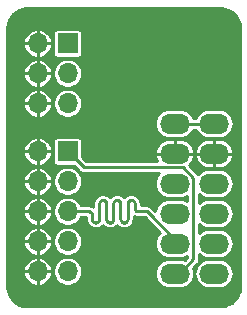
<source format=gbr>
%TF.GenerationSoftware,KiCad,Pcbnew,5.1.7-a382d34a8~88~ubuntu20.04.1*%
%TF.CreationDate,2021-01-30T07:14:25-08:00*%
%TF.ProjectId,nrf52dk-trace-pmod,6e726635-3264-46b2-9d74-726163652d70,rev?*%
%TF.SameCoordinates,Original*%
%TF.FileFunction,Copper,L2,Bot*%
%TF.FilePolarity,Positive*%
%FSLAX46Y46*%
G04 Gerber Fmt 4.6, Leading zero omitted, Abs format (unit mm)*
G04 Created by KiCad (PCBNEW 5.1.7-a382d34a8~88~ubuntu20.04.1) date 2021-01-30 07:14:25*
%MOMM*%
%LPD*%
G01*
G04 APERTURE LIST*
%TA.AperFunction,ComponentPad*%
%ADD10O,1.700000X1.700000*%
%TD*%
%TA.AperFunction,ComponentPad*%
%ADD11R,1.700000X1.700000*%
%TD*%
%TA.AperFunction,ComponentPad*%
%ADD12O,2.540000X1.700000*%
%TD*%
%TA.AperFunction,ViaPad*%
%ADD13C,0.800000*%
%TD*%
%TA.AperFunction,Conductor*%
%ADD14C,0.250000*%
%TD*%
%TA.AperFunction,Conductor*%
%ADD15C,0.254000*%
%TD*%
%TA.AperFunction,Conductor*%
%ADD16C,0.100000*%
%TD*%
G04 APERTURE END LIST*
D10*
%TO.P,J3,6*%
%TO.N,GND*%
X119460000Y-88936000D03*
%TO.P,J3,5*%
%TO.N,/P0.19*%
X122000000Y-88936000D03*
%TO.P,J3,4*%
%TO.N,GND*%
X119460000Y-86396000D03*
%TO.P,J3,3*%
%TO.N,/P0.20*%
X122000000Y-86396000D03*
%TO.P,J3,2*%
%TO.N,GND*%
X119460000Y-83856000D03*
D11*
%TO.P,J3,1*%
%TO.N,/P0.21*%
X122000000Y-83856000D03*
%TD*%
D12*
%TO.P,J2,6*%
%TO.N,+3V3*%
X131060000Y-90650000D03*
%TO.P,J2,12*%
X134400000Y-90650000D03*
%TO.P,J2,5*%
%TO.N,GND*%
X131060000Y-93190000D03*
%TO.P,J2,11*%
X134400000Y-93190000D03*
%TO.P,J2,4*%
%TO.N,/P0.14*%
X131060000Y-95730000D03*
%TO.P,J2,10*%
%TO.N,/P0.20*%
X134400000Y-95730000D03*
%TO.P,J2,3*%
%TO.N,/P0.15*%
X131060000Y-98270000D03*
%TO.P,J2,9*%
%TO.N,/P0.19*%
X134400000Y-98270000D03*
%TO.P,J2,2*%
%TO.N,/P0.16*%
X131060000Y-100810000D03*
%TO.P,J2,8*%
%TO.N,/P0.21*%
X134400000Y-100810000D03*
%TO.P,J2,1*%
%TO.N,/P0.18*%
X131060000Y-103350000D03*
%TO.P,J2,7*%
%TO.N,/P0.17*%
X134400000Y-103350000D03*
%TD*%
D10*
%TO.P,J1,10*%
%TO.N,GND*%
X119460000Y-103160000D03*
%TO.P,J1,9*%
%TO.N,/P0.14*%
X122000000Y-103160000D03*
%TO.P,J1,8*%
%TO.N,GND*%
X119460000Y-100620000D03*
%TO.P,J1,7*%
%TO.N,/P0.15*%
X122000000Y-100620000D03*
%TO.P,J1,6*%
%TO.N,GND*%
X119460000Y-98080000D03*
%TO.P,J1,5*%
%TO.N,/P0.16*%
X122000000Y-98080000D03*
%TO.P,J1,4*%
%TO.N,GND*%
X119460000Y-95540000D03*
%TO.P,J1,3*%
%TO.N,/P0.17*%
X122000000Y-95540000D03*
%TO.P,J1,2*%
%TO.N,GND*%
X119460000Y-93000000D03*
D11*
%TO.P,J1,1*%
%TO.N,/P0.18*%
X122000000Y-93000000D03*
%TD*%
D13*
%TO.N,GND*%
X128300000Y-99600000D03*
X132300000Y-88100000D03*
%TD*%
D14*
%TO.N,+3V3*%
X131460000Y-90650000D02*
X134000000Y-90650000D01*
%TO.N,/P0.16*%
X128967538Y-98317538D02*
X131460000Y-100810000D01*
X128730000Y-98080000D02*
X128967538Y-98317538D01*
X127687521Y-97846757D02*
X127709709Y-97910166D01*
X127680000Y-97780000D02*
X127687521Y-97846757D01*
X127672478Y-97362264D02*
X127680000Y-97429020D01*
X127567046Y-97194471D02*
X127614549Y-97241974D01*
X127446756Y-97136542D02*
X127510165Y-97158730D01*
X127313243Y-97136542D02*
X127380000Y-97129020D01*
X127192953Y-97194471D02*
X127249834Y-97158730D01*
X127145450Y-97241974D02*
X127192953Y-97194471D01*
X127109709Y-97298855D02*
X127145450Y-97241974D01*
X127080000Y-98730980D02*
X127080000Y-97429020D01*
X127050290Y-98861145D02*
X127072478Y-98797736D01*
X127680000Y-97429020D02*
X127680000Y-97780000D01*
X127014549Y-98918026D02*
X127050290Y-98861145D01*
X126910165Y-99001270D02*
X126967046Y-98965529D01*
X126780000Y-99030980D02*
X126846756Y-99023458D01*
X126713243Y-99023458D02*
X126780000Y-99030980D01*
X127913243Y-98072479D02*
X127980000Y-98080000D01*
X126545450Y-98918026D02*
X126592953Y-98965529D01*
X127849834Y-98050291D02*
X127913243Y-98072479D01*
X126509709Y-98861145D02*
X126545450Y-98918026D01*
X127745450Y-97967047D02*
X127792953Y-98014550D01*
X126480000Y-98730980D02*
X126487521Y-98797736D01*
X126472478Y-97362264D02*
X126480000Y-97429020D01*
X126450290Y-97298855D02*
X126472478Y-97362264D01*
X126367046Y-97194471D02*
X126414549Y-97241974D01*
X126310165Y-97158730D02*
X126367046Y-97194471D01*
X126246756Y-97136542D02*
X126310165Y-97158730D01*
X126113243Y-97136542D02*
X126180000Y-97129020D01*
X126049834Y-97158730D02*
X126113243Y-97136542D01*
X124792953Y-97194471D02*
X124849834Y-97158730D01*
X124109709Y-98861145D02*
X124145450Y-98918026D01*
X126592953Y-98965529D02*
X126649834Y-99001270D01*
X124745450Y-97241974D02*
X124792953Y-97194471D01*
X124145450Y-98918026D02*
X124192953Y-98965529D01*
X124680000Y-98730980D02*
X124680000Y-97429020D01*
X127709709Y-97910166D02*
X127745450Y-97967047D01*
X126480000Y-97429020D02*
X126480000Y-98730980D01*
X125046756Y-97136542D02*
X125110165Y-97158730D01*
X127650290Y-97298855D02*
X127672478Y-97362264D01*
X124614549Y-98918026D02*
X124650290Y-98861145D01*
X124192953Y-98965529D02*
X124249834Y-99001270D01*
X126414549Y-97241974D02*
X126450290Y-97298855D01*
X124680000Y-97429020D02*
X124687521Y-97362264D01*
X124380000Y-99030980D02*
X124446756Y-99023458D01*
X124313243Y-99023458D02*
X124380000Y-99030980D01*
X124672478Y-98797736D02*
X124680000Y-98730980D01*
X125580000Y-99030980D02*
X125646756Y-99023458D01*
X127980000Y-98080000D02*
X128730000Y-98080000D01*
X122000000Y-98080000D02*
X123780000Y-98080000D01*
X125214549Y-97241974D02*
X125250290Y-97298855D01*
X123967046Y-98145450D02*
X124014549Y-98192953D01*
X126967046Y-98965529D02*
X127014549Y-98918026D01*
X124080000Y-98380000D02*
X124080000Y-98730980D01*
X123780000Y-98080000D02*
X123846756Y-98087521D01*
X126649834Y-99001270D02*
X126713243Y-99023458D01*
X125767046Y-98965529D02*
X125814549Y-98918026D01*
X124050290Y-98249834D02*
X124072478Y-98313243D01*
X127087521Y-97362264D02*
X127109709Y-97298855D01*
X123846756Y-98087521D02*
X123910165Y-98109709D01*
X125110165Y-97158730D02*
X125167046Y-97194471D01*
X124080000Y-98730980D02*
X124087521Y-98797736D01*
X125646756Y-99023458D02*
X125710165Y-99001270D01*
X124709709Y-97298855D02*
X124745450Y-97241974D01*
X125710165Y-99001270D02*
X125767046Y-98965529D01*
X123910165Y-98109709D02*
X123967046Y-98145450D01*
X124446756Y-99023458D02*
X124510165Y-99001270D01*
X124650290Y-98861145D02*
X124672478Y-98797736D01*
X124567046Y-98965529D02*
X124614549Y-98918026D01*
X126180000Y-97129020D02*
X126246756Y-97136542D01*
X124849834Y-97158730D02*
X124913243Y-97136542D01*
X124072478Y-98313243D02*
X124080000Y-98380000D01*
X124687521Y-97362264D02*
X124709709Y-97298855D01*
X124014549Y-98192953D02*
X124050290Y-98249834D01*
X124913243Y-97136542D02*
X124980000Y-97129020D01*
X127072478Y-98797736D02*
X127080000Y-98730980D01*
X124087521Y-98797736D02*
X124109709Y-98861145D01*
X124980000Y-97129020D02*
X125046756Y-97136542D01*
X125880000Y-98730980D02*
X125880000Y-97429020D01*
X127249834Y-97158730D02*
X127313243Y-97136542D01*
X125167046Y-97194471D02*
X125214549Y-97241974D01*
X126846756Y-99023458D02*
X126910165Y-99001270D01*
X125250290Y-97298855D02*
X125272478Y-97362264D01*
X125272478Y-97362264D02*
X125280000Y-97429020D01*
X125280000Y-97429020D02*
X125280000Y-98730980D01*
X127080000Y-97429020D02*
X127087521Y-97362264D01*
X125280000Y-98730980D02*
X125287521Y-98797736D01*
X127792953Y-98014550D02*
X127849834Y-98050291D01*
X126487521Y-98797736D02*
X126509709Y-98861145D01*
X125287521Y-98797736D02*
X125309709Y-98861145D01*
X125309709Y-98861145D02*
X125345450Y-98918026D01*
X127380000Y-97129020D02*
X127446756Y-97136542D01*
X125345450Y-98918026D02*
X125392953Y-98965529D01*
X127510165Y-97158730D02*
X127567046Y-97194471D01*
X125392953Y-98965529D02*
X125449834Y-99001270D01*
X125449834Y-99001270D02*
X125513243Y-99023458D01*
X125513243Y-99023458D02*
X125580000Y-99030980D01*
X124510165Y-99001270D02*
X124567046Y-98965529D01*
X125814549Y-98918026D02*
X125850290Y-98861145D01*
X127614549Y-97241974D02*
X127650290Y-97298855D01*
X125850290Y-98861145D02*
X125872478Y-98797736D01*
X125872478Y-98797736D02*
X125880000Y-98730980D01*
X125880000Y-97429020D02*
X125887521Y-97362264D01*
X125887521Y-97362264D02*
X125909709Y-97298855D01*
X125945450Y-97241974D02*
X125992953Y-97194471D01*
X125909709Y-97298855D02*
X125945450Y-97241974D01*
X124249834Y-99001270D02*
X124313243Y-99023458D01*
X125992953Y-97194471D02*
X126049834Y-97158730D01*
%TO.N,/P0.18*%
X123365010Y-94365010D02*
X122000000Y-93000000D01*
X131776725Y-94365010D02*
X123365010Y-94365010D01*
X132655010Y-95243295D02*
X131776725Y-94365010D01*
X132655010Y-102154990D02*
X132655010Y-95243295D01*
X131460000Y-103350000D02*
X132655010Y-102154990D01*
%TD*%
D15*
%TO.N,GND*%
X135309229Y-80938267D02*
X135606688Y-81028075D01*
X135881028Y-81173945D01*
X136121813Y-81370325D01*
X136319873Y-81609736D01*
X136467654Y-81883053D01*
X136559535Y-82179872D01*
X136594001Y-82507792D01*
X136594000Y-104480146D01*
X136561733Y-104809230D01*
X136471926Y-105106684D01*
X136326056Y-105381025D01*
X136129675Y-105621813D01*
X135890265Y-105819871D01*
X135616948Y-105967654D01*
X135320128Y-106059535D01*
X134992218Y-106094000D01*
X118519854Y-106094000D01*
X118190770Y-106061733D01*
X117893316Y-105971926D01*
X117618975Y-105826056D01*
X117378187Y-105629675D01*
X117180129Y-105390265D01*
X117032346Y-105116948D01*
X116940465Y-104820128D01*
X116906000Y-104492218D01*
X116906000Y-103353065D01*
X118244234Y-103353065D01*
X118262896Y-103446885D01*
X118341866Y-103674916D01*
X118463806Y-103883159D01*
X118624029Y-104063611D01*
X118816378Y-104209338D01*
X119033461Y-104314740D01*
X119266935Y-104375766D01*
X119459500Y-104295750D01*
X119459500Y-103160500D01*
X119460500Y-103160500D01*
X119460500Y-104295750D01*
X119653065Y-104375766D01*
X119886539Y-104314740D01*
X120103622Y-104209338D01*
X120295971Y-104063611D01*
X120456194Y-103883159D01*
X120578134Y-103674916D01*
X120657104Y-103446885D01*
X120675766Y-103353065D01*
X120595750Y-103160500D01*
X119460500Y-103160500D01*
X119459500Y-103160500D01*
X118324250Y-103160500D01*
X118244234Y-103353065D01*
X116906000Y-103353065D01*
X116906000Y-102966935D01*
X118244234Y-102966935D01*
X118324250Y-103159500D01*
X119459500Y-103159500D01*
X119459500Y-102024250D01*
X119460500Y-102024250D01*
X119460500Y-103159500D01*
X120595750Y-103159500D01*
X120645922Y-103038757D01*
X120769000Y-103038757D01*
X120769000Y-103281243D01*
X120816307Y-103519069D01*
X120909102Y-103743097D01*
X121043820Y-103944717D01*
X121215283Y-104116180D01*
X121416903Y-104250898D01*
X121640931Y-104343693D01*
X121878757Y-104391000D01*
X122121243Y-104391000D01*
X122359069Y-104343693D01*
X122583097Y-104250898D01*
X122784717Y-104116180D01*
X122956180Y-103944717D01*
X123090898Y-103743097D01*
X123183693Y-103519069D01*
X123231000Y-103281243D01*
X123231000Y-103038757D01*
X123183693Y-102800931D01*
X123090898Y-102576903D01*
X122956180Y-102375283D01*
X122784717Y-102203820D01*
X122583097Y-102069102D01*
X122359069Y-101976307D01*
X122121243Y-101929000D01*
X121878757Y-101929000D01*
X121640931Y-101976307D01*
X121416903Y-102069102D01*
X121215283Y-102203820D01*
X121043820Y-102375283D01*
X120909102Y-102576903D01*
X120816307Y-102800931D01*
X120769000Y-103038757D01*
X120645922Y-103038757D01*
X120675766Y-102966935D01*
X120657104Y-102873115D01*
X120578134Y-102645084D01*
X120456194Y-102436841D01*
X120295971Y-102256389D01*
X120103622Y-102110662D01*
X119886539Y-102005260D01*
X119653065Y-101944234D01*
X119460500Y-102024250D01*
X119459500Y-102024250D01*
X119266935Y-101944234D01*
X119033461Y-102005260D01*
X118816378Y-102110662D01*
X118624029Y-102256389D01*
X118463806Y-102436841D01*
X118341866Y-102645084D01*
X118262896Y-102873115D01*
X118244234Y-102966935D01*
X116906000Y-102966935D01*
X116906000Y-100813065D01*
X118244234Y-100813065D01*
X118262896Y-100906885D01*
X118341866Y-101134916D01*
X118463806Y-101343159D01*
X118624029Y-101523611D01*
X118816378Y-101669338D01*
X119033461Y-101774740D01*
X119266935Y-101835766D01*
X119459500Y-101755750D01*
X119459500Y-100620500D01*
X119460500Y-100620500D01*
X119460500Y-101755750D01*
X119653065Y-101835766D01*
X119886539Y-101774740D01*
X120103622Y-101669338D01*
X120295971Y-101523611D01*
X120456194Y-101343159D01*
X120578134Y-101134916D01*
X120657104Y-100906885D01*
X120675766Y-100813065D01*
X120595750Y-100620500D01*
X119460500Y-100620500D01*
X119459500Y-100620500D01*
X118324250Y-100620500D01*
X118244234Y-100813065D01*
X116906000Y-100813065D01*
X116906000Y-100426935D01*
X118244234Y-100426935D01*
X118324250Y-100619500D01*
X119459500Y-100619500D01*
X119459500Y-99484250D01*
X119460500Y-99484250D01*
X119460500Y-100619500D01*
X120595750Y-100619500D01*
X120645922Y-100498757D01*
X120769000Y-100498757D01*
X120769000Y-100741243D01*
X120816307Y-100979069D01*
X120909102Y-101203097D01*
X121043820Y-101404717D01*
X121215283Y-101576180D01*
X121416903Y-101710898D01*
X121640931Y-101803693D01*
X121878757Y-101851000D01*
X122121243Y-101851000D01*
X122359069Y-101803693D01*
X122583097Y-101710898D01*
X122784717Y-101576180D01*
X122956180Y-101404717D01*
X123090898Y-101203097D01*
X123183693Y-100979069D01*
X123231000Y-100741243D01*
X123231000Y-100498757D01*
X123183693Y-100260931D01*
X123090898Y-100036903D01*
X122956180Y-99835283D01*
X122784717Y-99663820D01*
X122583097Y-99529102D01*
X122359069Y-99436307D01*
X122121243Y-99389000D01*
X121878757Y-99389000D01*
X121640931Y-99436307D01*
X121416903Y-99529102D01*
X121215283Y-99663820D01*
X121043820Y-99835283D01*
X120909102Y-100036903D01*
X120816307Y-100260931D01*
X120769000Y-100498757D01*
X120645922Y-100498757D01*
X120675766Y-100426935D01*
X120657104Y-100333115D01*
X120578134Y-100105084D01*
X120456194Y-99896841D01*
X120295971Y-99716389D01*
X120103622Y-99570662D01*
X119886539Y-99465260D01*
X119653065Y-99404234D01*
X119460500Y-99484250D01*
X119459500Y-99484250D01*
X119266935Y-99404234D01*
X119033461Y-99465260D01*
X118816378Y-99570662D01*
X118624029Y-99716389D01*
X118463806Y-99896841D01*
X118341866Y-100105084D01*
X118262896Y-100333115D01*
X118244234Y-100426935D01*
X116906000Y-100426935D01*
X116906000Y-98273065D01*
X118244234Y-98273065D01*
X118262896Y-98366885D01*
X118341866Y-98594916D01*
X118463806Y-98803159D01*
X118624029Y-98983611D01*
X118816378Y-99129338D01*
X119033461Y-99234740D01*
X119266935Y-99295766D01*
X119459500Y-99215750D01*
X119459500Y-98080500D01*
X119460500Y-98080500D01*
X119460500Y-99215750D01*
X119653065Y-99295766D01*
X119886539Y-99234740D01*
X120103622Y-99129338D01*
X120295971Y-98983611D01*
X120456194Y-98803159D01*
X120578134Y-98594916D01*
X120657104Y-98366885D01*
X120675766Y-98273065D01*
X120595750Y-98080500D01*
X119460500Y-98080500D01*
X119459500Y-98080500D01*
X118324250Y-98080500D01*
X118244234Y-98273065D01*
X116906000Y-98273065D01*
X116906000Y-97886935D01*
X118244234Y-97886935D01*
X118324250Y-98079500D01*
X119459500Y-98079500D01*
X119459500Y-96944250D01*
X119460500Y-96944250D01*
X119460500Y-98079500D01*
X120595750Y-98079500D01*
X120675766Y-97886935D01*
X120657104Y-97793115D01*
X120578134Y-97565084D01*
X120456194Y-97356841D01*
X120295971Y-97176389D01*
X120103622Y-97030662D01*
X119886539Y-96925260D01*
X119653065Y-96864234D01*
X119460500Y-96944250D01*
X119459500Y-96944250D01*
X119266935Y-96864234D01*
X119033461Y-96925260D01*
X118816378Y-97030662D01*
X118624029Y-97176389D01*
X118463806Y-97356841D01*
X118341866Y-97565084D01*
X118262896Y-97793115D01*
X118244234Y-97886935D01*
X116906000Y-97886935D01*
X116906000Y-95733065D01*
X118244234Y-95733065D01*
X118262896Y-95826885D01*
X118341866Y-96054916D01*
X118463806Y-96263159D01*
X118624029Y-96443611D01*
X118816378Y-96589338D01*
X119033461Y-96694740D01*
X119266935Y-96755766D01*
X119459500Y-96675750D01*
X119459500Y-95540500D01*
X119460500Y-95540500D01*
X119460500Y-96675750D01*
X119653065Y-96755766D01*
X119886539Y-96694740D01*
X120103622Y-96589338D01*
X120295971Y-96443611D01*
X120456194Y-96263159D01*
X120578134Y-96054916D01*
X120657104Y-95826885D01*
X120675766Y-95733065D01*
X120595750Y-95540500D01*
X119460500Y-95540500D01*
X119459500Y-95540500D01*
X118324250Y-95540500D01*
X118244234Y-95733065D01*
X116906000Y-95733065D01*
X116906000Y-95346935D01*
X118244234Y-95346935D01*
X118324250Y-95539500D01*
X119459500Y-95539500D01*
X119459500Y-94404250D01*
X119460500Y-94404250D01*
X119460500Y-95539500D01*
X120595750Y-95539500D01*
X120645922Y-95418757D01*
X120769000Y-95418757D01*
X120769000Y-95661243D01*
X120816307Y-95899069D01*
X120909102Y-96123097D01*
X121043820Y-96324717D01*
X121215283Y-96496180D01*
X121416903Y-96630898D01*
X121640931Y-96723693D01*
X121878757Y-96771000D01*
X122121243Y-96771000D01*
X122359069Y-96723693D01*
X122583097Y-96630898D01*
X122784717Y-96496180D01*
X122956180Y-96324717D01*
X123090898Y-96123097D01*
X123183693Y-95899069D01*
X123231000Y-95661243D01*
X123231000Y-95418757D01*
X123183693Y-95180931D01*
X123090898Y-94956903D01*
X122956180Y-94755283D01*
X122784717Y-94583820D01*
X122583097Y-94449102D01*
X122359069Y-94356307D01*
X122121243Y-94309000D01*
X121878757Y-94309000D01*
X121640931Y-94356307D01*
X121416903Y-94449102D01*
X121215283Y-94583820D01*
X121043820Y-94755283D01*
X120909102Y-94956903D01*
X120816307Y-95180931D01*
X120769000Y-95418757D01*
X120645922Y-95418757D01*
X120675766Y-95346935D01*
X120657104Y-95253115D01*
X120578134Y-95025084D01*
X120456194Y-94816841D01*
X120295971Y-94636389D01*
X120103622Y-94490662D01*
X119886539Y-94385260D01*
X119653065Y-94324234D01*
X119460500Y-94404250D01*
X119459500Y-94404250D01*
X119266935Y-94324234D01*
X119033461Y-94385260D01*
X118816378Y-94490662D01*
X118624029Y-94636389D01*
X118463806Y-94816841D01*
X118341866Y-95025084D01*
X118262896Y-95253115D01*
X118244234Y-95346935D01*
X116906000Y-95346935D01*
X116906000Y-93193065D01*
X118244234Y-93193065D01*
X118262896Y-93286885D01*
X118341866Y-93514916D01*
X118463806Y-93723159D01*
X118624029Y-93903611D01*
X118816378Y-94049338D01*
X119033461Y-94154740D01*
X119266935Y-94215766D01*
X119459500Y-94135750D01*
X119459500Y-93000500D01*
X119460500Y-93000500D01*
X119460500Y-94135750D01*
X119653065Y-94215766D01*
X119886539Y-94154740D01*
X120103622Y-94049338D01*
X120295971Y-93903611D01*
X120456194Y-93723159D01*
X120578134Y-93514916D01*
X120657104Y-93286885D01*
X120675766Y-93193065D01*
X120595750Y-93000500D01*
X119460500Y-93000500D01*
X119459500Y-93000500D01*
X118324250Y-93000500D01*
X118244234Y-93193065D01*
X116906000Y-93193065D01*
X116906000Y-92806935D01*
X118244234Y-92806935D01*
X118324250Y-92999500D01*
X119459500Y-92999500D01*
X119459500Y-91864250D01*
X119460500Y-91864250D01*
X119460500Y-92999500D01*
X120595750Y-92999500D01*
X120675766Y-92806935D01*
X120657104Y-92713115D01*
X120578134Y-92485084D01*
X120456194Y-92276841D01*
X120343573Y-92150000D01*
X120767157Y-92150000D01*
X120767157Y-93850000D01*
X120774513Y-93924689D01*
X120796299Y-93996508D01*
X120831678Y-94062696D01*
X120879289Y-94120711D01*
X120937304Y-94168322D01*
X121003492Y-94203701D01*
X121075311Y-94225487D01*
X121150000Y-94232843D01*
X122517251Y-94232843D01*
X122989638Y-94705230D01*
X123005483Y-94724537D01*
X123082531Y-94787769D01*
X123170435Y-94834755D01*
X123265817Y-94863688D01*
X123365010Y-94873458D01*
X123389864Y-94871010D01*
X129752480Y-94871010D01*
X129611509Y-95042784D01*
X129497202Y-95256637D01*
X129426812Y-95488682D01*
X129403044Y-95730000D01*
X129426812Y-95971318D01*
X129497202Y-96203363D01*
X129611509Y-96417216D01*
X129765340Y-96604660D01*
X129952784Y-96758491D01*
X130166637Y-96872798D01*
X130398682Y-96943188D01*
X130579528Y-96961000D01*
X131540472Y-96961000D01*
X131721318Y-96943188D01*
X131953363Y-96872798D01*
X132149011Y-96768222D01*
X132149011Y-97231778D01*
X131953363Y-97127202D01*
X131721318Y-97056812D01*
X131540472Y-97039000D01*
X130579528Y-97039000D01*
X130398682Y-97056812D01*
X130166637Y-97127202D01*
X129952784Y-97241509D01*
X129765340Y-97395340D01*
X129611509Y-97582784D01*
X129497202Y-97796637D01*
X129426812Y-98028682D01*
X129423895Y-98058303D01*
X129307759Y-97942168D01*
X129105376Y-97739785D01*
X129089527Y-97720473D01*
X129012479Y-97657241D01*
X128924575Y-97610255D01*
X128829193Y-97581322D01*
X128754854Y-97574000D01*
X128754846Y-97574000D01*
X128730000Y-97571553D01*
X128705154Y-97574000D01*
X128186000Y-97574000D01*
X128186000Y-97475266D01*
X128186648Y-97471751D01*
X128186000Y-97425568D01*
X128186000Y-97404166D01*
X128185650Y-97400611D01*
X128185600Y-97397060D01*
X128183217Y-97375908D01*
X128178678Y-97329827D01*
X128177639Y-97326400D01*
X128177283Y-97323242D01*
X128175933Y-97291187D01*
X128165838Y-97249653D01*
X128156913Y-97207858D01*
X128144222Y-97178396D01*
X128133752Y-97148475D01*
X128125305Y-97117530D01*
X128106225Y-97079291D01*
X128088221Y-97040525D01*
X128069293Y-97014626D01*
X128052426Y-96987782D01*
X128037307Y-96959496D01*
X128010201Y-96926467D01*
X127984016Y-96892671D01*
X127959798Y-96871632D01*
X127937388Y-96849222D01*
X127916349Y-96825004D01*
X127882553Y-96798819D01*
X127849524Y-96771713D01*
X127821234Y-96756591D01*
X127794399Y-96739730D01*
X127768496Y-96720799D01*
X127729723Y-96702792D01*
X127691490Y-96683715D01*
X127660545Y-96675268D01*
X127630621Y-96664796D01*
X127601161Y-96652107D01*
X127559356Y-96643179D01*
X127517833Y-96633088D01*
X127485787Y-96631738D01*
X127454285Y-96628189D01*
X127422732Y-96622372D01*
X127380000Y-96622972D01*
X127337268Y-96622372D01*
X127305716Y-96628189D01*
X127274223Y-96631737D01*
X127242166Y-96633087D01*
X127200625Y-96643184D01*
X127158838Y-96652107D01*
X127129378Y-96664796D01*
X127099454Y-96675268D01*
X127068509Y-96683715D01*
X127030270Y-96702795D01*
X126991504Y-96720799D01*
X126965605Y-96739727D01*
X126938761Y-96756594D01*
X126910475Y-96771713D01*
X126877446Y-96798819D01*
X126843650Y-96825004D01*
X126822611Y-96849222D01*
X126800201Y-96871632D01*
X126779999Y-96889182D01*
X126759798Y-96871632D01*
X126737388Y-96849222D01*
X126716349Y-96825004D01*
X126682553Y-96798819D01*
X126649524Y-96771713D01*
X126621234Y-96756591D01*
X126594399Y-96739730D01*
X126568496Y-96720799D01*
X126529723Y-96702792D01*
X126491490Y-96683715D01*
X126460545Y-96675268D01*
X126430621Y-96664796D01*
X126401161Y-96652107D01*
X126359356Y-96643179D01*
X126317833Y-96633088D01*
X126285787Y-96631738D01*
X126254285Y-96628189D01*
X126222732Y-96622372D01*
X126180000Y-96622972D01*
X126137268Y-96622372D01*
X126105716Y-96628189D01*
X126074223Y-96631737D01*
X126042166Y-96633087D01*
X126000625Y-96643184D01*
X125958838Y-96652107D01*
X125929378Y-96664796D01*
X125899454Y-96675268D01*
X125868509Y-96683715D01*
X125830270Y-96702795D01*
X125791504Y-96720799D01*
X125765605Y-96739727D01*
X125738761Y-96756594D01*
X125710475Y-96771713D01*
X125677446Y-96798819D01*
X125643650Y-96825004D01*
X125622611Y-96849222D01*
X125600201Y-96871632D01*
X125579999Y-96889182D01*
X125559798Y-96871632D01*
X125537388Y-96849222D01*
X125516349Y-96825004D01*
X125482553Y-96798819D01*
X125449524Y-96771713D01*
X125421234Y-96756591D01*
X125394399Y-96739730D01*
X125368496Y-96720799D01*
X125329723Y-96702792D01*
X125291490Y-96683715D01*
X125260545Y-96675268D01*
X125230621Y-96664796D01*
X125201161Y-96652107D01*
X125159356Y-96643179D01*
X125117833Y-96633088D01*
X125085787Y-96631738D01*
X125054285Y-96628189D01*
X125022732Y-96622372D01*
X124980000Y-96622972D01*
X124937268Y-96622372D01*
X124905716Y-96628189D01*
X124874223Y-96631737D01*
X124842166Y-96633087D01*
X124800625Y-96643184D01*
X124758838Y-96652107D01*
X124729378Y-96664796D01*
X124699454Y-96675268D01*
X124668509Y-96683715D01*
X124630270Y-96702795D01*
X124591504Y-96720799D01*
X124565605Y-96739727D01*
X124538761Y-96756594D01*
X124510475Y-96771713D01*
X124477446Y-96798819D01*
X124443650Y-96825004D01*
X124422611Y-96849222D01*
X124400201Y-96871632D01*
X124375983Y-96892671D01*
X124349798Y-96926467D01*
X124322692Y-96959496D01*
X124307570Y-96987786D01*
X124290709Y-97014621D01*
X124271778Y-97040524D01*
X124253771Y-97079297D01*
X124234694Y-97117530D01*
X124226247Y-97148475D01*
X124215774Y-97178402D01*
X124203084Y-97207866D01*
X124194159Y-97249662D01*
X124184067Y-97291187D01*
X124182717Y-97323236D01*
X124182360Y-97326409D01*
X124181323Y-97329827D01*
X124176793Y-97375823D01*
X124174399Y-97397069D01*
X124174349Y-97400632D01*
X124174001Y-97404166D01*
X124174001Y-97425462D01*
X124173352Y-97471759D01*
X124174001Y-97475279D01*
X124174001Y-97675801D01*
X124168496Y-97671778D01*
X124129723Y-97653771D01*
X124091490Y-97634694D01*
X124060545Y-97626247D01*
X124030618Y-97615774D01*
X124001154Y-97603084D01*
X123959358Y-97594159D01*
X123917833Y-97584067D01*
X123885784Y-97582717D01*
X123882616Y-97582360D01*
X123879193Y-97581322D01*
X123833127Y-97576785D01*
X123811951Y-97574399D01*
X123808400Y-97574349D01*
X123804854Y-97574000D01*
X123783487Y-97574000D01*
X123737261Y-97573352D01*
X123733746Y-97574000D01*
X123122832Y-97574000D01*
X123090898Y-97496903D01*
X122956180Y-97295283D01*
X122784717Y-97123820D01*
X122583097Y-96989102D01*
X122359069Y-96896307D01*
X122121243Y-96849000D01*
X121878757Y-96849000D01*
X121640931Y-96896307D01*
X121416903Y-96989102D01*
X121215283Y-97123820D01*
X121043820Y-97295283D01*
X120909102Y-97496903D01*
X120816307Y-97720931D01*
X120769000Y-97958757D01*
X120769000Y-98201243D01*
X120816307Y-98439069D01*
X120909102Y-98663097D01*
X121043820Y-98864717D01*
X121215283Y-99036180D01*
X121416903Y-99170898D01*
X121640931Y-99263693D01*
X121878757Y-99311000D01*
X122121243Y-99311000D01*
X122359069Y-99263693D01*
X122583097Y-99170898D01*
X122784717Y-99036180D01*
X122956180Y-98864717D01*
X123090898Y-98663097D01*
X123122832Y-98586000D01*
X123574000Y-98586000D01*
X123574000Y-98684726D01*
X123573352Y-98688241D01*
X123574000Y-98734467D01*
X123574000Y-98755834D01*
X123574349Y-98759380D01*
X123574399Y-98762931D01*
X123576785Y-98784107D01*
X123581322Y-98830173D01*
X123582360Y-98833596D01*
X123582717Y-98836764D01*
X123584067Y-98868813D01*
X123594159Y-98910338D01*
X123603084Y-98952134D01*
X123615774Y-98981598D01*
X123626247Y-99011525D01*
X123634694Y-99042470D01*
X123653771Y-99080703D01*
X123671778Y-99119476D01*
X123690709Y-99145379D01*
X123707570Y-99172214D01*
X123722692Y-99200504D01*
X123749798Y-99233533D01*
X123775983Y-99267329D01*
X123800201Y-99288368D01*
X123822611Y-99310778D01*
X123843650Y-99334996D01*
X123877446Y-99361181D01*
X123910475Y-99388287D01*
X123938761Y-99403406D01*
X123965605Y-99420273D01*
X123991504Y-99439201D01*
X124030270Y-99457205D01*
X124068509Y-99476285D01*
X124099454Y-99484732D01*
X124129378Y-99495204D01*
X124158838Y-99507893D01*
X124200625Y-99516816D01*
X124242166Y-99526913D01*
X124274223Y-99528263D01*
X124305716Y-99531811D01*
X124337268Y-99537628D01*
X124380000Y-99537028D01*
X124422732Y-99537628D01*
X124454285Y-99531811D01*
X124485787Y-99528262D01*
X124517833Y-99526912D01*
X124559356Y-99516821D01*
X124601161Y-99507893D01*
X124630621Y-99495204D01*
X124660545Y-99484732D01*
X124691490Y-99476285D01*
X124729723Y-99457208D01*
X124768496Y-99439201D01*
X124794399Y-99420270D01*
X124821234Y-99403409D01*
X124849524Y-99388287D01*
X124882553Y-99361181D01*
X124916349Y-99334996D01*
X124937388Y-99310778D01*
X124959798Y-99288368D01*
X124979999Y-99270818D01*
X125000201Y-99288368D01*
X125022611Y-99310778D01*
X125043650Y-99334996D01*
X125077446Y-99361181D01*
X125110475Y-99388287D01*
X125138761Y-99403406D01*
X125165605Y-99420273D01*
X125191504Y-99439201D01*
X125230270Y-99457205D01*
X125268509Y-99476285D01*
X125299454Y-99484732D01*
X125329378Y-99495204D01*
X125358838Y-99507893D01*
X125400625Y-99516816D01*
X125442166Y-99526913D01*
X125474223Y-99528263D01*
X125505716Y-99531811D01*
X125537268Y-99537628D01*
X125580000Y-99537028D01*
X125622732Y-99537628D01*
X125654285Y-99531811D01*
X125685787Y-99528262D01*
X125717833Y-99526912D01*
X125759356Y-99516821D01*
X125801161Y-99507893D01*
X125830621Y-99495204D01*
X125860545Y-99484732D01*
X125891490Y-99476285D01*
X125929723Y-99457208D01*
X125968496Y-99439201D01*
X125994399Y-99420270D01*
X126021234Y-99403409D01*
X126049524Y-99388287D01*
X126082553Y-99361181D01*
X126116349Y-99334996D01*
X126137388Y-99310778D01*
X126159798Y-99288368D01*
X126179999Y-99270818D01*
X126200201Y-99288368D01*
X126222611Y-99310778D01*
X126243650Y-99334996D01*
X126277446Y-99361181D01*
X126310475Y-99388287D01*
X126338761Y-99403406D01*
X126365605Y-99420273D01*
X126391504Y-99439201D01*
X126430270Y-99457205D01*
X126468509Y-99476285D01*
X126499454Y-99484732D01*
X126529378Y-99495204D01*
X126558838Y-99507893D01*
X126600625Y-99516816D01*
X126642166Y-99526913D01*
X126674223Y-99528263D01*
X126705716Y-99531811D01*
X126737268Y-99537628D01*
X126780000Y-99537028D01*
X126822732Y-99537628D01*
X126854285Y-99531811D01*
X126885787Y-99528262D01*
X126917833Y-99526912D01*
X126959356Y-99516821D01*
X127001161Y-99507893D01*
X127030621Y-99495204D01*
X127060545Y-99484732D01*
X127091490Y-99476285D01*
X127129723Y-99457208D01*
X127168496Y-99439201D01*
X127194399Y-99420270D01*
X127221234Y-99403409D01*
X127249524Y-99388287D01*
X127282553Y-99361181D01*
X127316349Y-99334996D01*
X127337388Y-99310778D01*
X127359798Y-99288368D01*
X127384016Y-99267329D01*
X127410201Y-99233533D01*
X127437307Y-99200504D01*
X127452426Y-99172218D01*
X127469293Y-99145374D01*
X127488221Y-99119475D01*
X127506225Y-99080709D01*
X127525305Y-99042470D01*
X127533752Y-99011525D01*
X127544222Y-98981604D01*
X127556913Y-98952142D01*
X127565838Y-98910347D01*
X127575933Y-98868813D01*
X127577283Y-98836758D01*
X127577639Y-98833600D01*
X127578678Y-98830173D01*
X127583217Y-98784092D01*
X127585600Y-98762940D01*
X127585650Y-98759389D01*
X127586000Y-98755834D01*
X127586000Y-98734432D01*
X127586648Y-98688249D01*
X127586000Y-98684734D01*
X127586000Y-98484200D01*
X127591504Y-98488222D01*
X127630270Y-98506226D01*
X127668509Y-98525306D01*
X127699454Y-98533753D01*
X127729383Y-98544226D01*
X127758845Y-98556916D01*
X127800622Y-98565837D01*
X127842166Y-98575934D01*
X127874225Y-98577284D01*
X127877384Y-98577640D01*
X127880807Y-98578678D01*
X127926867Y-98583215D01*
X127948048Y-98585601D01*
X127951601Y-98585651D01*
X127955146Y-98586000D01*
X127976512Y-98586000D01*
X128022740Y-98586648D01*
X128026255Y-98586000D01*
X128520409Y-98586000D01*
X129822686Y-99888277D01*
X129765340Y-99935340D01*
X129611509Y-100122784D01*
X129497202Y-100336637D01*
X129426812Y-100568682D01*
X129403044Y-100810000D01*
X129426812Y-101051318D01*
X129497202Y-101283363D01*
X129611509Y-101497216D01*
X129765340Y-101684660D01*
X129952784Y-101838491D01*
X130166637Y-101952798D01*
X130398682Y-102023188D01*
X130579528Y-102041000D01*
X131540472Y-102041000D01*
X131721318Y-102023188D01*
X131953363Y-101952798D01*
X132149010Y-101848222D01*
X132149010Y-101945398D01*
X131902604Y-102191804D01*
X131721318Y-102136812D01*
X131540472Y-102119000D01*
X130579528Y-102119000D01*
X130398682Y-102136812D01*
X130166637Y-102207202D01*
X129952784Y-102321509D01*
X129765340Y-102475340D01*
X129611509Y-102662784D01*
X129497202Y-102876637D01*
X129426812Y-103108682D01*
X129403044Y-103350000D01*
X129426812Y-103591318D01*
X129497202Y-103823363D01*
X129611509Y-104037216D01*
X129765340Y-104224660D01*
X129952784Y-104378491D01*
X130166637Y-104492798D01*
X130398682Y-104563188D01*
X130579528Y-104581000D01*
X131540472Y-104581000D01*
X131721318Y-104563188D01*
X131953363Y-104492798D01*
X132167216Y-104378491D01*
X132354660Y-104224660D01*
X132508491Y-104037216D01*
X132622798Y-103823363D01*
X132693188Y-103591318D01*
X132716956Y-103350000D01*
X132743044Y-103350000D01*
X132766812Y-103591318D01*
X132837202Y-103823363D01*
X132951509Y-104037216D01*
X133105340Y-104224660D01*
X133292784Y-104378491D01*
X133506637Y-104492798D01*
X133738682Y-104563188D01*
X133919528Y-104581000D01*
X134880472Y-104581000D01*
X135061318Y-104563188D01*
X135293363Y-104492798D01*
X135507216Y-104378491D01*
X135694660Y-104224660D01*
X135848491Y-104037216D01*
X135962798Y-103823363D01*
X136033188Y-103591318D01*
X136056956Y-103350000D01*
X136033188Y-103108682D01*
X135962798Y-102876637D01*
X135848491Y-102662784D01*
X135694660Y-102475340D01*
X135507216Y-102321509D01*
X135293363Y-102207202D01*
X135061318Y-102136812D01*
X134880472Y-102119000D01*
X133919528Y-102119000D01*
X133738682Y-102136812D01*
X133506637Y-102207202D01*
X133292784Y-102321509D01*
X133105340Y-102475340D01*
X132951509Y-102662784D01*
X132837202Y-102876637D01*
X132766812Y-103108682D01*
X132743044Y-103350000D01*
X132716956Y-103350000D01*
X132693188Y-103108682D01*
X132628886Y-102896706D01*
X132995230Y-102530362D01*
X133014537Y-102514517D01*
X133077769Y-102437469D01*
X133124755Y-102349565D01*
X133153688Y-102254183D01*
X133161010Y-102179844D01*
X133161010Y-102179837D01*
X133163457Y-102154991D01*
X133161010Y-102130145D01*
X133161010Y-101730347D01*
X133292784Y-101838491D01*
X133506637Y-101952798D01*
X133738682Y-102023188D01*
X133919528Y-102041000D01*
X134880472Y-102041000D01*
X135061318Y-102023188D01*
X135293363Y-101952798D01*
X135507216Y-101838491D01*
X135694660Y-101684660D01*
X135848491Y-101497216D01*
X135962798Y-101283363D01*
X136033188Y-101051318D01*
X136056956Y-100810000D01*
X136033188Y-100568682D01*
X135962798Y-100336637D01*
X135848491Y-100122784D01*
X135694660Y-99935340D01*
X135507216Y-99781509D01*
X135293363Y-99667202D01*
X135061318Y-99596812D01*
X134880472Y-99579000D01*
X133919528Y-99579000D01*
X133738682Y-99596812D01*
X133506637Y-99667202D01*
X133292784Y-99781509D01*
X133161010Y-99889653D01*
X133161010Y-99190347D01*
X133292784Y-99298491D01*
X133506637Y-99412798D01*
X133738682Y-99483188D01*
X133919528Y-99501000D01*
X134880472Y-99501000D01*
X135061318Y-99483188D01*
X135293363Y-99412798D01*
X135507216Y-99298491D01*
X135694660Y-99144660D01*
X135848491Y-98957216D01*
X135962798Y-98743363D01*
X136033188Y-98511318D01*
X136056956Y-98270000D01*
X136033188Y-98028682D01*
X135962798Y-97796637D01*
X135848491Y-97582784D01*
X135694660Y-97395340D01*
X135507216Y-97241509D01*
X135293363Y-97127202D01*
X135061318Y-97056812D01*
X134880472Y-97039000D01*
X133919528Y-97039000D01*
X133738682Y-97056812D01*
X133506637Y-97127202D01*
X133292784Y-97241509D01*
X133161010Y-97349653D01*
X133161010Y-96650347D01*
X133292784Y-96758491D01*
X133506637Y-96872798D01*
X133738682Y-96943188D01*
X133919528Y-96961000D01*
X134880472Y-96961000D01*
X135061318Y-96943188D01*
X135293363Y-96872798D01*
X135507216Y-96758491D01*
X135694660Y-96604660D01*
X135848491Y-96417216D01*
X135962798Y-96203363D01*
X136033188Y-95971318D01*
X136056956Y-95730000D01*
X136033188Y-95488682D01*
X135962798Y-95256637D01*
X135848491Y-95042784D01*
X135694660Y-94855340D01*
X135507216Y-94701509D01*
X135293363Y-94587202D01*
X135061318Y-94516812D01*
X134880472Y-94499000D01*
X133919528Y-94499000D01*
X133738682Y-94516812D01*
X133506637Y-94587202D01*
X133292784Y-94701509D01*
X133105340Y-94855340D01*
X133048274Y-94924876D01*
X133014537Y-94883768D01*
X132995230Y-94867923D01*
X132261088Y-94133782D01*
X132350802Y-94060095D01*
X132503817Y-93873491D01*
X132617487Y-93660621D01*
X132687444Y-93429665D01*
X132695766Y-93383065D01*
X132764234Y-93383065D01*
X132772556Y-93429665D01*
X132842513Y-93660621D01*
X132956183Y-93873491D01*
X133109198Y-94060095D01*
X133295677Y-94213261D01*
X133508454Y-94327104D01*
X133739353Y-94397249D01*
X133979500Y-94421000D01*
X134399500Y-94421000D01*
X134399500Y-93190500D01*
X134400500Y-93190500D01*
X134400500Y-94421000D01*
X134820500Y-94421000D01*
X135060647Y-94397249D01*
X135291546Y-94327104D01*
X135504323Y-94213261D01*
X135690802Y-94060095D01*
X135843817Y-93873491D01*
X135957487Y-93660621D01*
X136027444Y-93429665D01*
X136035766Y-93383065D01*
X135955750Y-93190500D01*
X134400500Y-93190500D01*
X134399500Y-93190500D01*
X132844250Y-93190500D01*
X132764234Y-93383065D01*
X132695766Y-93383065D01*
X132615750Y-93190500D01*
X131060500Y-93190500D01*
X131060500Y-93210500D01*
X131059500Y-93210500D01*
X131059500Y-93190500D01*
X129504250Y-93190500D01*
X129424234Y-93383065D01*
X129432556Y-93429665D01*
X129502513Y-93660621D01*
X129608450Y-93859010D01*
X123574602Y-93859010D01*
X123232843Y-93517251D01*
X123232843Y-92996935D01*
X129424234Y-92996935D01*
X129504250Y-93189500D01*
X131059500Y-93189500D01*
X131059500Y-91959000D01*
X131060500Y-91959000D01*
X131060500Y-93189500D01*
X132615750Y-93189500D01*
X132695766Y-92996935D01*
X132764234Y-92996935D01*
X132844250Y-93189500D01*
X134399500Y-93189500D01*
X134399500Y-91959000D01*
X134400500Y-91959000D01*
X134400500Y-93189500D01*
X135955750Y-93189500D01*
X136035766Y-92996935D01*
X136027444Y-92950335D01*
X135957487Y-92719379D01*
X135843817Y-92506509D01*
X135690802Y-92319905D01*
X135504323Y-92166739D01*
X135291546Y-92052896D01*
X135060647Y-91982751D01*
X134820500Y-91959000D01*
X134400500Y-91959000D01*
X134399500Y-91959000D01*
X133979500Y-91959000D01*
X133739353Y-91982751D01*
X133508454Y-92052896D01*
X133295677Y-92166739D01*
X133109198Y-92319905D01*
X132956183Y-92506509D01*
X132842513Y-92719379D01*
X132772556Y-92950335D01*
X132764234Y-92996935D01*
X132695766Y-92996935D01*
X132687444Y-92950335D01*
X132617487Y-92719379D01*
X132503817Y-92506509D01*
X132350802Y-92319905D01*
X132164323Y-92166739D01*
X131951546Y-92052896D01*
X131720647Y-91982751D01*
X131480500Y-91959000D01*
X131060500Y-91959000D01*
X131059500Y-91959000D01*
X130639500Y-91959000D01*
X130399353Y-91982751D01*
X130168454Y-92052896D01*
X129955677Y-92166739D01*
X129769198Y-92319905D01*
X129616183Y-92506509D01*
X129502513Y-92719379D01*
X129432556Y-92950335D01*
X129424234Y-92996935D01*
X123232843Y-92996935D01*
X123232843Y-92150000D01*
X123225487Y-92075311D01*
X123203701Y-92003492D01*
X123168322Y-91937304D01*
X123120711Y-91879289D01*
X123062696Y-91831678D01*
X122996508Y-91796299D01*
X122924689Y-91774513D01*
X122850000Y-91767157D01*
X121150000Y-91767157D01*
X121075311Y-91774513D01*
X121003492Y-91796299D01*
X120937304Y-91831678D01*
X120879289Y-91879289D01*
X120831678Y-91937304D01*
X120796299Y-92003492D01*
X120774513Y-92075311D01*
X120767157Y-92150000D01*
X120343573Y-92150000D01*
X120295971Y-92096389D01*
X120103622Y-91950662D01*
X119886539Y-91845260D01*
X119653065Y-91784234D01*
X119460500Y-91864250D01*
X119459500Y-91864250D01*
X119266935Y-91784234D01*
X119033461Y-91845260D01*
X118816378Y-91950662D01*
X118624029Y-92096389D01*
X118463806Y-92276841D01*
X118341866Y-92485084D01*
X118262896Y-92713115D01*
X118244234Y-92806935D01*
X116906000Y-92806935D01*
X116906000Y-90650000D01*
X129403044Y-90650000D01*
X129426812Y-90891318D01*
X129497202Y-91123363D01*
X129611509Y-91337216D01*
X129765340Y-91524660D01*
X129952784Y-91678491D01*
X130166637Y-91792798D01*
X130398682Y-91863188D01*
X130579528Y-91881000D01*
X131540472Y-91881000D01*
X131721318Y-91863188D01*
X131953363Y-91792798D01*
X132167216Y-91678491D01*
X132354660Y-91524660D01*
X132508491Y-91337216D01*
X132605353Y-91156000D01*
X132854647Y-91156000D01*
X132951509Y-91337216D01*
X133105340Y-91524660D01*
X133292784Y-91678491D01*
X133506637Y-91792798D01*
X133738682Y-91863188D01*
X133919528Y-91881000D01*
X134880472Y-91881000D01*
X135061318Y-91863188D01*
X135293363Y-91792798D01*
X135507216Y-91678491D01*
X135694660Y-91524660D01*
X135848491Y-91337216D01*
X135962798Y-91123363D01*
X136033188Y-90891318D01*
X136056956Y-90650000D01*
X136033188Y-90408682D01*
X135962798Y-90176637D01*
X135848491Y-89962784D01*
X135694660Y-89775340D01*
X135507216Y-89621509D01*
X135293363Y-89507202D01*
X135061318Y-89436812D01*
X134880472Y-89419000D01*
X133919528Y-89419000D01*
X133738682Y-89436812D01*
X133506637Y-89507202D01*
X133292784Y-89621509D01*
X133105340Y-89775340D01*
X132951509Y-89962784D01*
X132854647Y-90144000D01*
X132605353Y-90144000D01*
X132508491Y-89962784D01*
X132354660Y-89775340D01*
X132167216Y-89621509D01*
X131953363Y-89507202D01*
X131721318Y-89436812D01*
X131540472Y-89419000D01*
X130579528Y-89419000D01*
X130398682Y-89436812D01*
X130166637Y-89507202D01*
X129952784Y-89621509D01*
X129765340Y-89775340D01*
X129611509Y-89962784D01*
X129497202Y-90176637D01*
X129426812Y-90408682D01*
X129403044Y-90650000D01*
X116906000Y-90650000D01*
X116906000Y-89129065D01*
X118244234Y-89129065D01*
X118262896Y-89222885D01*
X118341866Y-89450916D01*
X118463806Y-89659159D01*
X118624029Y-89839611D01*
X118816378Y-89985338D01*
X119033461Y-90090740D01*
X119266935Y-90151766D01*
X119459500Y-90071750D01*
X119459500Y-88936500D01*
X119460500Y-88936500D01*
X119460500Y-90071750D01*
X119653065Y-90151766D01*
X119886539Y-90090740D01*
X120103622Y-89985338D01*
X120295971Y-89839611D01*
X120456194Y-89659159D01*
X120578134Y-89450916D01*
X120657104Y-89222885D01*
X120675766Y-89129065D01*
X120595750Y-88936500D01*
X119460500Y-88936500D01*
X119459500Y-88936500D01*
X118324250Y-88936500D01*
X118244234Y-89129065D01*
X116906000Y-89129065D01*
X116906000Y-88742935D01*
X118244234Y-88742935D01*
X118324250Y-88935500D01*
X119459500Y-88935500D01*
X119459500Y-87800250D01*
X119460500Y-87800250D01*
X119460500Y-88935500D01*
X120595750Y-88935500D01*
X120645922Y-88814757D01*
X120769000Y-88814757D01*
X120769000Y-89057243D01*
X120816307Y-89295069D01*
X120909102Y-89519097D01*
X121043820Y-89720717D01*
X121215283Y-89892180D01*
X121416903Y-90026898D01*
X121640931Y-90119693D01*
X121878757Y-90167000D01*
X122121243Y-90167000D01*
X122359069Y-90119693D01*
X122583097Y-90026898D01*
X122784717Y-89892180D01*
X122956180Y-89720717D01*
X123090898Y-89519097D01*
X123183693Y-89295069D01*
X123231000Y-89057243D01*
X123231000Y-88814757D01*
X123183693Y-88576931D01*
X123090898Y-88352903D01*
X122956180Y-88151283D01*
X122784717Y-87979820D01*
X122583097Y-87845102D01*
X122359069Y-87752307D01*
X122121243Y-87705000D01*
X121878757Y-87705000D01*
X121640931Y-87752307D01*
X121416903Y-87845102D01*
X121215283Y-87979820D01*
X121043820Y-88151283D01*
X120909102Y-88352903D01*
X120816307Y-88576931D01*
X120769000Y-88814757D01*
X120645922Y-88814757D01*
X120675766Y-88742935D01*
X120657104Y-88649115D01*
X120578134Y-88421084D01*
X120456194Y-88212841D01*
X120295971Y-88032389D01*
X120103622Y-87886662D01*
X119886539Y-87781260D01*
X119653065Y-87720234D01*
X119460500Y-87800250D01*
X119459500Y-87800250D01*
X119266935Y-87720234D01*
X119033461Y-87781260D01*
X118816378Y-87886662D01*
X118624029Y-88032389D01*
X118463806Y-88212841D01*
X118341866Y-88421084D01*
X118262896Y-88649115D01*
X118244234Y-88742935D01*
X116906000Y-88742935D01*
X116906000Y-86589065D01*
X118244234Y-86589065D01*
X118262896Y-86682885D01*
X118341866Y-86910916D01*
X118463806Y-87119159D01*
X118624029Y-87299611D01*
X118816378Y-87445338D01*
X119033461Y-87550740D01*
X119266935Y-87611766D01*
X119459500Y-87531750D01*
X119459500Y-86396500D01*
X119460500Y-86396500D01*
X119460500Y-87531750D01*
X119653065Y-87611766D01*
X119886539Y-87550740D01*
X120103622Y-87445338D01*
X120295971Y-87299611D01*
X120456194Y-87119159D01*
X120578134Y-86910916D01*
X120657104Y-86682885D01*
X120675766Y-86589065D01*
X120595750Y-86396500D01*
X119460500Y-86396500D01*
X119459500Y-86396500D01*
X118324250Y-86396500D01*
X118244234Y-86589065D01*
X116906000Y-86589065D01*
X116906000Y-86202935D01*
X118244234Y-86202935D01*
X118324250Y-86395500D01*
X119459500Y-86395500D01*
X119459500Y-85260250D01*
X119460500Y-85260250D01*
X119460500Y-86395500D01*
X120595750Y-86395500D01*
X120645922Y-86274757D01*
X120769000Y-86274757D01*
X120769000Y-86517243D01*
X120816307Y-86755069D01*
X120909102Y-86979097D01*
X121043820Y-87180717D01*
X121215283Y-87352180D01*
X121416903Y-87486898D01*
X121640931Y-87579693D01*
X121878757Y-87627000D01*
X122121243Y-87627000D01*
X122359069Y-87579693D01*
X122583097Y-87486898D01*
X122784717Y-87352180D01*
X122956180Y-87180717D01*
X123090898Y-86979097D01*
X123183693Y-86755069D01*
X123231000Y-86517243D01*
X123231000Y-86274757D01*
X123183693Y-86036931D01*
X123090898Y-85812903D01*
X122956180Y-85611283D01*
X122784717Y-85439820D01*
X122583097Y-85305102D01*
X122359069Y-85212307D01*
X122121243Y-85165000D01*
X121878757Y-85165000D01*
X121640931Y-85212307D01*
X121416903Y-85305102D01*
X121215283Y-85439820D01*
X121043820Y-85611283D01*
X120909102Y-85812903D01*
X120816307Y-86036931D01*
X120769000Y-86274757D01*
X120645922Y-86274757D01*
X120675766Y-86202935D01*
X120657104Y-86109115D01*
X120578134Y-85881084D01*
X120456194Y-85672841D01*
X120295971Y-85492389D01*
X120103622Y-85346662D01*
X119886539Y-85241260D01*
X119653065Y-85180234D01*
X119460500Y-85260250D01*
X119459500Y-85260250D01*
X119266935Y-85180234D01*
X119033461Y-85241260D01*
X118816378Y-85346662D01*
X118624029Y-85492389D01*
X118463806Y-85672841D01*
X118341866Y-85881084D01*
X118262896Y-86109115D01*
X118244234Y-86202935D01*
X116906000Y-86202935D01*
X116906000Y-84049065D01*
X118244234Y-84049065D01*
X118262896Y-84142885D01*
X118341866Y-84370916D01*
X118463806Y-84579159D01*
X118624029Y-84759611D01*
X118816378Y-84905338D01*
X119033461Y-85010740D01*
X119266935Y-85071766D01*
X119459500Y-84991750D01*
X119459500Y-83856500D01*
X119460500Y-83856500D01*
X119460500Y-84991750D01*
X119653065Y-85071766D01*
X119886539Y-85010740D01*
X120103622Y-84905338D01*
X120295971Y-84759611D01*
X120456194Y-84579159D01*
X120578134Y-84370916D01*
X120657104Y-84142885D01*
X120675766Y-84049065D01*
X120595750Y-83856500D01*
X119460500Y-83856500D01*
X119459500Y-83856500D01*
X118324250Y-83856500D01*
X118244234Y-84049065D01*
X116906000Y-84049065D01*
X116906000Y-83662935D01*
X118244234Y-83662935D01*
X118324250Y-83855500D01*
X119459500Y-83855500D01*
X119459500Y-82720250D01*
X119460500Y-82720250D01*
X119460500Y-83855500D01*
X120595750Y-83855500D01*
X120675766Y-83662935D01*
X120657104Y-83569115D01*
X120578134Y-83341084D01*
X120456194Y-83132841D01*
X120343573Y-83006000D01*
X120767157Y-83006000D01*
X120767157Y-84706000D01*
X120774513Y-84780689D01*
X120796299Y-84852508D01*
X120831678Y-84918696D01*
X120879289Y-84976711D01*
X120937304Y-85024322D01*
X121003492Y-85059701D01*
X121075311Y-85081487D01*
X121150000Y-85088843D01*
X122850000Y-85088843D01*
X122924689Y-85081487D01*
X122996508Y-85059701D01*
X123062696Y-85024322D01*
X123120711Y-84976711D01*
X123168322Y-84918696D01*
X123203701Y-84852508D01*
X123225487Y-84780689D01*
X123232843Y-84706000D01*
X123232843Y-83006000D01*
X123225487Y-82931311D01*
X123203701Y-82859492D01*
X123168322Y-82793304D01*
X123120711Y-82735289D01*
X123062696Y-82687678D01*
X122996508Y-82652299D01*
X122924689Y-82630513D01*
X122850000Y-82623157D01*
X121150000Y-82623157D01*
X121075311Y-82630513D01*
X121003492Y-82652299D01*
X120937304Y-82687678D01*
X120879289Y-82735289D01*
X120831678Y-82793304D01*
X120796299Y-82859492D01*
X120774513Y-82931311D01*
X120767157Y-83006000D01*
X120343573Y-83006000D01*
X120295971Y-82952389D01*
X120103622Y-82806662D01*
X119886539Y-82701260D01*
X119653065Y-82640234D01*
X119460500Y-82720250D01*
X119459500Y-82720250D01*
X119266935Y-82640234D01*
X119033461Y-82701260D01*
X118816378Y-82806662D01*
X118624029Y-82952389D01*
X118463806Y-83132841D01*
X118341866Y-83341084D01*
X118262896Y-83569115D01*
X118244234Y-83662935D01*
X116906000Y-83662935D01*
X116906000Y-82519854D01*
X116938267Y-82190771D01*
X117028075Y-81893312D01*
X117173945Y-81618972D01*
X117370325Y-81378187D01*
X117609736Y-81180127D01*
X117883053Y-81032346D01*
X118179872Y-80940465D01*
X118507782Y-80906000D01*
X134980146Y-80906000D01*
X135309229Y-80938267D01*
%TA.AperFunction,Conductor*%
D16*
G36*
X135309229Y-80938267D02*
G01*
X135606688Y-81028075D01*
X135881028Y-81173945D01*
X136121813Y-81370325D01*
X136319873Y-81609736D01*
X136467654Y-81883053D01*
X136559535Y-82179872D01*
X136594001Y-82507792D01*
X136594000Y-104480146D01*
X136561733Y-104809230D01*
X136471926Y-105106684D01*
X136326056Y-105381025D01*
X136129675Y-105621813D01*
X135890265Y-105819871D01*
X135616948Y-105967654D01*
X135320128Y-106059535D01*
X134992218Y-106094000D01*
X118519854Y-106094000D01*
X118190770Y-106061733D01*
X117893316Y-105971926D01*
X117618975Y-105826056D01*
X117378187Y-105629675D01*
X117180129Y-105390265D01*
X117032346Y-105116948D01*
X116940465Y-104820128D01*
X116906000Y-104492218D01*
X116906000Y-103353065D01*
X118244234Y-103353065D01*
X118262896Y-103446885D01*
X118341866Y-103674916D01*
X118463806Y-103883159D01*
X118624029Y-104063611D01*
X118816378Y-104209338D01*
X119033461Y-104314740D01*
X119266935Y-104375766D01*
X119459500Y-104295750D01*
X119459500Y-103160500D01*
X119460500Y-103160500D01*
X119460500Y-104295750D01*
X119653065Y-104375766D01*
X119886539Y-104314740D01*
X120103622Y-104209338D01*
X120295971Y-104063611D01*
X120456194Y-103883159D01*
X120578134Y-103674916D01*
X120657104Y-103446885D01*
X120675766Y-103353065D01*
X120595750Y-103160500D01*
X119460500Y-103160500D01*
X119459500Y-103160500D01*
X118324250Y-103160500D01*
X118244234Y-103353065D01*
X116906000Y-103353065D01*
X116906000Y-102966935D01*
X118244234Y-102966935D01*
X118324250Y-103159500D01*
X119459500Y-103159500D01*
X119459500Y-102024250D01*
X119460500Y-102024250D01*
X119460500Y-103159500D01*
X120595750Y-103159500D01*
X120645922Y-103038757D01*
X120769000Y-103038757D01*
X120769000Y-103281243D01*
X120816307Y-103519069D01*
X120909102Y-103743097D01*
X121043820Y-103944717D01*
X121215283Y-104116180D01*
X121416903Y-104250898D01*
X121640931Y-104343693D01*
X121878757Y-104391000D01*
X122121243Y-104391000D01*
X122359069Y-104343693D01*
X122583097Y-104250898D01*
X122784717Y-104116180D01*
X122956180Y-103944717D01*
X123090898Y-103743097D01*
X123183693Y-103519069D01*
X123231000Y-103281243D01*
X123231000Y-103038757D01*
X123183693Y-102800931D01*
X123090898Y-102576903D01*
X122956180Y-102375283D01*
X122784717Y-102203820D01*
X122583097Y-102069102D01*
X122359069Y-101976307D01*
X122121243Y-101929000D01*
X121878757Y-101929000D01*
X121640931Y-101976307D01*
X121416903Y-102069102D01*
X121215283Y-102203820D01*
X121043820Y-102375283D01*
X120909102Y-102576903D01*
X120816307Y-102800931D01*
X120769000Y-103038757D01*
X120645922Y-103038757D01*
X120675766Y-102966935D01*
X120657104Y-102873115D01*
X120578134Y-102645084D01*
X120456194Y-102436841D01*
X120295971Y-102256389D01*
X120103622Y-102110662D01*
X119886539Y-102005260D01*
X119653065Y-101944234D01*
X119460500Y-102024250D01*
X119459500Y-102024250D01*
X119266935Y-101944234D01*
X119033461Y-102005260D01*
X118816378Y-102110662D01*
X118624029Y-102256389D01*
X118463806Y-102436841D01*
X118341866Y-102645084D01*
X118262896Y-102873115D01*
X118244234Y-102966935D01*
X116906000Y-102966935D01*
X116906000Y-100813065D01*
X118244234Y-100813065D01*
X118262896Y-100906885D01*
X118341866Y-101134916D01*
X118463806Y-101343159D01*
X118624029Y-101523611D01*
X118816378Y-101669338D01*
X119033461Y-101774740D01*
X119266935Y-101835766D01*
X119459500Y-101755750D01*
X119459500Y-100620500D01*
X119460500Y-100620500D01*
X119460500Y-101755750D01*
X119653065Y-101835766D01*
X119886539Y-101774740D01*
X120103622Y-101669338D01*
X120295971Y-101523611D01*
X120456194Y-101343159D01*
X120578134Y-101134916D01*
X120657104Y-100906885D01*
X120675766Y-100813065D01*
X120595750Y-100620500D01*
X119460500Y-100620500D01*
X119459500Y-100620500D01*
X118324250Y-100620500D01*
X118244234Y-100813065D01*
X116906000Y-100813065D01*
X116906000Y-100426935D01*
X118244234Y-100426935D01*
X118324250Y-100619500D01*
X119459500Y-100619500D01*
X119459500Y-99484250D01*
X119460500Y-99484250D01*
X119460500Y-100619500D01*
X120595750Y-100619500D01*
X120645922Y-100498757D01*
X120769000Y-100498757D01*
X120769000Y-100741243D01*
X120816307Y-100979069D01*
X120909102Y-101203097D01*
X121043820Y-101404717D01*
X121215283Y-101576180D01*
X121416903Y-101710898D01*
X121640931Y-101803693D01*
X121878757Y-101851000D01*
X122121243Y-101851000D01*
X122359069Y-101803693D01*
X122583097Y-101710898D01*
X122784717Y-101576180D01*
X122956180Y-101404717D01*
X123090898Y-101203097D01*
X123183693Y-100979069D01*
X123231000Y-100741243D01*
X123231000Y-100498757D01*
X123183693Y-100260931D01*
X123090898Y-100036903D01*
X122956180Y-99835283D01*
X122784717Y-99663820D01*
X122583097Y-99529102D01*
X122359069Y-99436307D01*
X122121243Y-99389000D01*
X121878757Y-99389000D01*
X121640931Y-99436307D01*
X121416903Y-99529102D01*
X121215283Y-99663820D01*
X121043820Y-99835283D01*
X120909102Y-100036903D01*
X120816307Y-100260931D01*
X120769000Y-100498757D01*
X120645922Y-100498757D01*
X120675766Y-100426935D01*
X120657104Y-100333115D01*
X120578134Y-100105084D01*
X120456194Y-99896841D01*
X120295971Y-99716389D01*
X120103622Y-99570662D01*
X119886539Y-99465260D01*
X119653065Y-99404234D01*
X119460500Y-99484250D01*
X119459500Y-99484250D01*
X119266935Y-99404234D01*
X119033461Y-99465260D01*
X118816378Y-99570662D01*
X118624029Y-99716389D01*
X118463806Y-99896841D01*
X118341866Y-100105084D01*
X118262896Y-100333115D01*
X118244234Y-100426935D01*
X116906000Y-100426935D01*
X116906000Y-98273065D01*
X118244234Y-98273065D01*
X118262896Y-98366885D01*
X118341866Y-98594916D01*
X118463806Y-98803159D01*
X118624029Y-98983611D01*
X118816378Y-99129338D01*
X119033461Y-99234740D01*
X119266935Y-99295766D01*
X119459500Y-99215750D01*
X119459500Y-98080500D01*
X119460500Y-98080500D01*
X119460500Y-99215750D01*
X119653065Y-99295766D01*
X119886539Y-99234740D01*
X120103622Y-99129338D01*
X120295971Y-98983611D01*
X120456194Y-98803159D01*
X120578134Y-98594916D01*
X120657104Y-98366885D01*
X120675766Y-98273065D01*
X120595750Y-98080500D01*
X119460500Y-98080500D01*
X119459500Y-98080500D01*
X118324250Y-98080500D01*
X118244234Y-98273065D01*
X116906000Y-98273065D01*
X116906000Y-97886935D01*
X118244234Y-97886935D01*
X118324250Y-98079500D01*
X119459500Y-98079500D01*
X119459500Y-96944250D01*
X119460500Y-96944250D01*
X119460500Y-98079500D01*
X120595750Y-98079500D01*
X120675766Y-97886935D01*
X120657104Y-97793115D01*
X120578134Y-97565084D01*
X120456194Y-97356841D01*
X120295971Y-97176389D01*
X120103622Y-97030662D01*
X119886539Y-96925260D01*
X119653065Y-96864234D01*
X119460500Y-96944250D01*
X119459500Y-96944250D01*
X119266935Y-96864234D01*
X119033461Y-96925260D01*
X118816378Y-97030662D01*
X118624029Y-97176389D01*
X118463806Y-97356841D01*
X118341866Y-97565084D01*
X118262896Y-97793115D01*
X118244234Y-97886935D01*
X116906000Y-97886935D01*
X116906000Y-95733065D01*
X118244234Y-95733065D01*
X118262896Y-95826885D01*
X118341866Y-96054916D01*
X118463806Y-96263159D01*
X118624029Y-96443611D01*
X118816378Y-96589338D01*
X119033461Y-96694740D01*
X119266935Y-96755766D01*
X119459500Y-96675750D01*
X119459500Y-95540500D01*
X119460500Y-95540500D01*
X119460500Y-96675750D01*
X119653065Y-96755766D01*
X119886539Y-96694740D01*
X120103622Y-96589338D01*
X120295971Y-96443611D01*
X120456194Y-96263159D01*
X120578134Y-96054916D01*
X120657104Y-95826885D01*
X120675766Y-95733065D01*
X120595750Y-95540500D01*
X119460500Y-95540500D01*
X119459500Y-95540500D01*
X118324250Y-95540500D01*
X118244234Y-95733065D01*
X116906000Y-95733065D01*
X116906000Y-95346935D01*
X118244234Y-95346935D01*
X118324250Y-95539500D01*
X119459500Y-95539500D01*
X119459500Y-94404250D01*
X119460500Y-94404250D01*
X119460500Y-95539500D01*
X120595750Y-95539500D01*
X120645922Y-95418757D01*
X120769000Y-95418757D01*
X120769000Y-95661243D01*
X120816307Y-95899069D01*
X120909102Y-96123097D01*
X121043820Y-96324717D01*
X121215283Y-96496180D01*
X121416903Y-96630898D01*
X121640931Y-96723693D01*
X121878757Y-96771000D01*
X122121243Y-96771000D01*
X122359069Y-96723693D01*
X122583097Y-96630898D01*
X122784717Y-96496180D01*
X122956180Y-96324717D01*
X123090898Y-96123097D01*
X123183693Y-95899069D01*
X123231000Y-95661243D01*
X123231000Y-95418757D01*
X123183693Y-95180931D01*
X123090898Y-94956903D01*
X122956180Y-94755283D01*
X122784717Y-94583820D01*
X122583097Y-94449102D01*
X122359069Y-94356307D01*
X122121243Y-94309000D01*
X121878757Y-94309000D01*
X121640931Y-94356307D01*
X121416903Y-94449102D01*
X121215283Y-94583820D01*
X121043820Y-94755283D01*
X120909102Y-94956903D01*
X120816307Y-95180931D01*
X120769000Y-95418757D01*
X120645922Y-95418757D01*
X120675766Y-95346935D01*
X120657104Y-95253115D01*
X120578134Y-95025084D01*
X120456194Y-94816841D01*
X120295971Y-94636389D01*
X120103622Y-94490662D01*
X119886539Y-94385260D01*
X119653065Y-94324234D01*
X119460500Y-94404250D01*
X119459500Y-94404250D01*
X119266935Y-94324234D01*
X119033461Y-94385260D01*
X118816378Y-94490662D01*
X118624029Y-94636389D01*
X118463806Y-94816841D01*
X118341866Y-95025084D01*
X118262896Y-95253115D01*
X118244234Y-95346935D01*
X116906000Y-95346935D01*
X116906000Y-93193065D01*
X118244234Y-93193065D01*
X118262896Y-93286885D01*
X118341866Y-93514916D01*
X118463806Y-93723159D01*
X118624029Y-93903611D01*
X118816378Y-94049338D01*
X119033461Y-94154740D01*
X119266935Y-94215766D01*
X119459500Y-94135750D01*
X119459500Y-93000500D01*
X119460500Y-93000500D01*
X119460500Y-94135750D01*
X119653065Y-94215766D01*
X119886539Y-94154740D01*
X120103622Y-94049338D01*
X120295971Y-93903611D01*
X120456194Y-93723159D01*
X120578134Y-93514916D01*
X120657104Y-93286885D01*
X120675766Y-93193065D01*
X120595750Y-93000500D01*
X119460500Y-93000500D01*
X119459500Y-93000500D01*
X118324250Y-93000500D01*
X118244234Y-93193065D01*
X116906000Y-93193065D01*
X116906000Y-92806935D01*
X118244234Y-92806935D01*
X118324250Y-92999500D01*
X119459500Y-92999500D01*
X119459500Y-91864250D01*
X119460500Y-91864250D01*
X119460500Y-92999500D01*
X120595750Y-92999500D01*
X120675766Y-92806935D01*
X120657104Y-92713115D01*
X120578134Y-92485084D01*
X120456194Y-92276841D01*
X120343573Y-92150000D01*
X120767157Y-92150000D01*
X120767157Y-93850000D01*
X120774513Y-93924689D01*
X120796299Y-93996508D01*
X120831678Y-94062696D01*
X120879289Y-94120711D01*
X120937304Y-94168322D01*
X121003492Y-94203701D01*
X121075311Y-94225487D01*
X121150000Y-94232843D01*
X122517251Y-94232843D01*
X122989638Y-94705230D01*
X123005483Y-94724537D01*
X123082531Y-94787769D01*
X123170435Y-94834755D01*
X123265817Y-94863688D01*
X123365010Y-94873458D01*
X123389864Y-94871010D01*
X129752480Y-94871010D01*
X129611509Y-95042784D01*
X129497202Y-95256637D01*
X129426812Y-95488682D01*
X129403044Y-95730000D01*
X129426812Y-95971318D01*
X129497202Y-96203363D01*
X129611509Y-96417216D01*
X129765340Y-96604660D01*
X129952784Y-96758491D01*
X130166637Y-96872798D01*
X130398682Y-96943188D01*
X130579528Y-96961000D01*
X131540472Y-96961000D01*
X131721318Y-96943188D01*
X131953363Y-96872798D01*
X132149011Y-96768222D01*
X132149011Y-97231778D01*
X131953363Y-97127202D01*
X131721318Y-97056812D01*
X131540472Y-97039000D01*
X130579528Y-97039000D01*
X130398682Y-97056812D01*
X130166637Y-97127202D01*
X129952784Y-97241509D01*
X129765340Y-97395340D01*
X129611509Y-97582784D01*
X129497202Y-97796637D01*
X129426812Y-98028682D01*
X129423895Y-98058303D01*
X129307759Y-97942168D01*
X129105376Y-97739785D01*
X129089527Y-97720473D01*
X129012479Y-97657241D01*
X128924575Y-97610255D01*
X128829193Y-97581322D01*
X128754854Y-97574000D01*
X128754846Y-97574000D01*
X128730000Y-97571553D01*
X128705154Y-97574000D01*
X128186000Y-97574000D01*
X128186000Y-97475266D01*
X128186648Y-97471751D01*
X128186000Y-97425568D01*
X128186000Y-97404166D01*
X128185650Y-97400611D01*
X128185600Y-97397060D01*
X128183217Y-97375908D01*
X128178678Y-97329827D01*
X128177639Y-97326400D01*
X128177283Y-97323242D01*
X128175933Y-97291187D01*
X128165838Y-97249653D01*
X128156913Y-97207858D01*
X128144222Y-97178396D01*
X128133752Y-97148475D01*
X128125305Y-97117530D01*
X128106225Y-97079291D01*
X128088221Y-97040525D01*
X128069293Y-97014626D01*
X128052426Y-96987782D01*
X128037307Y-96959496D01*
X128010201Y-96926467D01*
X127984016Y-96892671D01*
X127959798Y-96871632D01*
X127937388Y-96849222D01*
X127916349Y-96825004D01*
X127882553Y-96798819D01*
X127849524Y-96771713D01*
X127821234Y-96756591D01*
X127794399Y-96739730D01*
X127768496Y-96720799D01*
X127729723Y-96702792D01*
X127691490Y-96683715D01*
X127660545Y-96675268D01*
X127630621Y-96664796D01*
X127601161Y-96652107D01*
X127559356Y-96643179D01*
X127517833Y-96633088D01*
X127485787Y-96631738D01*
X127454285Y-96628189D01*
X127422732Y-96622372D01*
X127380000Y-96622972D01*
X127337268Y-96622372D01*
X127305716Y-96628189D01*
X127274223Y-96631737D01*
X127242166Y-96633087D01*
X127200625Y-96643184D01*
X127158838Y-96652107D01*
X127129378Y-96664796D01*
X127099454Y-96675268D01*
X127068509Y-96683715D01*
X127030270Y-96702795D01*
X126991504Y-96720799D01*
X126965605Y-96739727D01*
X126938761Y-96756594D01*
X126910475Y-96771713D01*
X126877446Y-96798819D01*
X126843650Y-96825004D01*
X126822611Y-96849222D01*
X126800201Y-96871632D01*
X126779999Y-96889182D01*
X126759798Y-96871632D01*
X126737388Y-96849222D01*
X126716349Y-96825004D01*
X126682553Y-96798819D01*
X126649524Y-96771713D01*
X126621234Y-96756591D01*
X126594399Y-96739730D01*
X126568496Y-96720799D01*
X126529723Y-96702792D01*
X126491490Y-96683715D01*
X126460545Y-96675268D01*
X126430621Y-96664796D01*
X126401161Y-96652107D01*
X126359356Y-96643179D01*
X126317833Y-96633088D01*
X126285787Y-96631738D01*
X126254285Y-96628189D01*
X126222732Y-96622372D01*
X126180000Y-96622972D01*
X126137268Y-96622372D01*
X126105716Y-96628189D01*
X126074223Y-96631737D01*
X126042166Y-96633087D01*
X126000625Y-96643184D01*
X125958838Y-96652107D01*
X125929378Y-96664796D01*
X125899454Y-96675268D01*
X125868509Y-96683715D01*
X125830270Y-96702795D01*
X125791504Y-96720799D01*
X125765605Y-96739727D01*
X125738761Y-96756594D01*
X125710475Y-96771713D01*
X125677446Y-96798819D01*
X125643650Y-96825004D01*
X125622611Y-96849222D01*
X125600201Y-96871632D01*
X125579999Y-96889182D01*
X125559798Y-96871632D01*
X125537388Y-96849222D01*
X125516349Y-96825004D01*
X125482553Y-96798819D01*
X125449524Y-96771713D01*
X125421234Y-96756591D01*
X125394399Y-96739730D01*
X125368496Y-96720799D01*
X125329723Y-96702792D01*
X125291490Y-96683715D01*
X125260545Y-96675268D01*
X125230621Y-96664796D01*
X125201161Y-96652107D01*
X125159356Y-96643179D01*
X125117833Y-96633088D01*
X125085787Y-96631738D01*
X125054285Y-96628189D01*
X125022732Y-96622372D01*
X124980000Y-96622972D01*
X124937268Y-96622372D01*
X124905716Y-96628189D01*
X124874223Y-96631737D01*
X124842166Y-96633087D01*
X124800625Y-96643184D01*
X124758838Y-96652107D01*
X124729378Y-96664796D01*
X124699454Y-96675268D01*
X124668509Y-96683715D01*
X124630270Y-96702795D01*
X124591504Y-96720799D01*
X124565605Y-96739727D01*
X124538761Y-96756594D01*
X124510475Y-96771713D01*
X124477446Y-96798819D01*
X124443650Y-96825004D01*
X124422611Y-96849222D01*
X124400201Y-96871632D01*
X124375983Y-96892671D01*
X124349798Y-96926467D01*
X124322692Y-96959496D01*
X124307570Y-96987786D01*
X124290709Y-97014621D01*
X124271778Y-97040524D01*
X124253771Y-97079297D01*
X124234694Y-97117530D01*
X124226247Y-97148475D01*
X124215774Y-97178402D01*
X124203084Y-97207866D01*
X124194159Y-97249662D01*
X124184067Y-97291187D01*
X124182717Y-97323236D01*
X124182360Y-97326409D01*
X124181323Y-97329827D01*
X124176793Y-97375823D01*
X124174399Y-97397069D01*
X124174349Y-97400632D01*
X124174001Y-97404166D01*
X124174001Y-97425462D01*
X124173352Y-97471759D01*
X124174001Y-97475279D01*
X124174001Y-97675801D01*
X124168496Y-97671778D01*
X124129723Y-97653771D01*
X124091490Y-97634694D01*
X124060545Y-97626247D01*
X124030618Y-97615774D01*
X124001154Y-97603084D01*
X123959358Y-97594159D01*
X123917833Y-97584067D01*
X123885784Y-97582717D01*
X123882616Y-97582360D01*
X123879193Y-97581322D01*
X123833127Y-97576785D01*
X123811951Y-97574399D01*
X123808400Y-97574349D01*
X123804854Y-97574000D01*
X123783487Y-97574000D01*
X123737261Y-97573352D01*
X123733746Y-97574000D01*
X123122832Y-97574000D01*
X123090898Y-97496903D01*
X122956180Y-97295283D01*
X122784717Y-97123820D01*
X122583097Y-96989102D01*
X122359069Y-96896307D01*
X122121243Y-96849000D01*
X121878757Y-96849000D01*
X121640931Y-96896307D01*
X121416903Y-96989102D01*
X121215283Y-97123820D01*
X121043820Y-97295283D01*
X120909102Y-97496903D01*
X120816307Y-97720931D01*
X120769000Y-97958757D01*
X120769000Y-98201243D01*
X120816307Y-98439069D01*
X120909102Y-98663097D01*
X121043820Y-98864717D01*
X121215283Y-99036180D01*
X121416903Y-99170898D01*
X121640931Y-99263693D01*
X121878757Y-99311000D01*
X122121243Y-99311000D01*
X122359069Y-99263693D01*
X122583097Y-99170898D01*
X122784717Y-99036180D01*
X122956180Y-98864717D01*
X123090898Y-98663097D01*
X123122832Y-98586000D01*
X123574000Y-98586000D01*
X123574000Y-98684726D01*
X123573352Y-98688241D01*
X123574000Y-98734467D01*
X123574000Y-98755834D01*
X123574349Y-98759380D01*
X123574399Y-98762931D01*
X123576785Y-98784107D01*
X123581322Y-98830173D01*
X123582360Y-98833596D01*
X123582717Y-98836764D01*
X123584067Y-98868813D01*
X123594159Y-98910338D01*
X123603084Y-98952134D01*
X123615774Y-98981598D01*
X123626247Y-99011525D01*
X123634694Y-99042470D01*
X123653771Y-99080703D01*
X123671778Y-99119476D01*
X123690709Y-99145379D01*
X123707570Y-99172214D01*
X123722692Y-99200504D01*
X123749798Y-99233533D01*
X123775983Y-99267329D01*
X123800201Y-99288368D01*
X123822611Y-99310778D01*
X123843650Y-99334996D01*
X123877446Y-99361181D01*
X123910475Y-99388287D01*
X123938761Y-99403406D01*
X123965605Y-99420273D01*
X123991504Y-99439201D01*
X124030270Y-99457205D01*
X124068509Y-99476285D01*
X124099454Y-99484732D01*
X124129378Y-99495204D01*
X124158838Y-99507893D01*
X124200625Y-99516816D01*
X124242166Y-99526913D01*
X124274223Y-99528263D01*
X124305716Y-99531811D01*
X124337268Y-99537628D01*
X124380000Y-99537028D01*
X124422732Y-99537628D01*
X124454285Y-99531811D01*
X124485787Y-99528262D01*
X124517833Y-99526912D01*
X124559356Y-99516821D01*
X124601161Y-99507893D01*
X124630621Y-99495204D01*
X124660545Y-99484732D01*
X124691490Y-99476285D01*
X124729723Y-99457208D01*
X124768496Y-99439201D01*
X124794399Y-99420270D01*
X124821234Y-99403409D01*
X124849524Y-99388287D01*
X124882553Y-99361181D01*
X124916349Y-99334996D01*
X124937388Y-99310778D01*
X124959798Y-99288368D01*
X124979999Y-99270818D01*
X125000201Y-99288368D01*
X125022611Y-99310778D01*
X125043650Y-99334996D01*
X125077446Y-99361181D01*
X125110475Y-99388287D01*
X125138761Y-99403406D01*
X125165605Y-99420273D01*
X125191504Y-99439201D01*
X125230270Y-99457205D01*
X125268509Y-99476285D01*
X125299454Y-99484732D01*
X125329378Y-99495204D01*
X125358838Y-99507893D01*
X125400625Y-99516816D01*
X125442166Y-99526913D01*
X125474223Y-99528263D01*
X125505716Y-99531811D01*
X125537268Y-99537628D01*
X125580000Y-99537028D01*
X125622732Y-99537628D01*
X125654285Y-99531811D01*
X125685787Y-99528262D01*
X125717833Y-99526912D01*
X125759356Y-99516821D01*
X125801161Y-99507893D01*
X125830621Y-99495204D01*
X125860545Y-99484732D01*
X125891490Y-99476285D01*
X125929723Y-99457208D01*
X125968496Y-99439201D01*
X125994399Y-99420270D01*
X126021234Y-99403409D01*
X126049524Y-99388287D01*
X126082553Y-99361181D01*
X126116349Y-99334996D01*
X126137388Y-99310778D01*
X126159798Y-99288368D01*
X126179999Y-99270818D01*
X126200201Y-99288368D01*
X126222611Y-99310778D01*
X126243650Y-99334996D01*
X126277446Y-99361181D01*
X126310475Y-99388287D01*
X126338761Y-99403406D01*
X126365605Y-99420273D01*
X126391504Y-99439201D01*
X126430270Y-99457205D01*
X126468509Y-99476285D01*
X126499454Y-99484732D01*
X126529378Y-99495204D01*
X126558838Y-99507893D01*
X126600625Y-99516816D01*
X126642166Y-99526913D01*
X126674223Y-99528263D01*
X126705716Y-99531811D01*
X126737268Y-99537628D01*
X126780000Y-99537028D01*
X126822732Y-99537628D01*
X126854285Y-99531811D01*
X126885787Y-99528262D01*
X126917833Y-99526912D01*
X126959356Y-99516821D01*
X127001161Y-99507893D01*
X127030621Y-99495204D01*
X127060545Y-99484732D01*
X127091490Y-99476285D01*
X127129723Y-99457208D01*
X127168496Y-99439201D01*
X127194399Y-99420270D01*
X127221234Y-99403409D01*
X127249524Y-99388287D01*
X127282553Y-99361181D01*
X127316349Y-99334996D01*
X127337388Y-99310778D01*
X127359798Y-99288368D01*
X127384016Y-99267329D01*
X127410201Y-99233533D01*
X127437307Y-99200504D01*
X127452426Y-99172218D01*
X127469293Y-99145374D01*
X127488221Y-99119475D01*
X127506225Y-99080709D01*
X127525305Y-99042470D01*
X127533752Y-99011525D01*
X127544222Y-98981604D01*
X127556913Y-98952142D01*
X127565838Y-98910347D01*
X127575933Y-98868813D01*
X127577283Y-98836758D01*
X127577639Y-98833600D01*
X127578678Y-98830173D01*
X127583217Y-98784092D01*
X127585600Y-98762940D01*
X127585650Y-98759389D01*
X127586000Y-98755834D01*
X127586000Y-98734432D01*
X127586648Y-98688249D01*
X127586000Y-98684734D01*
X127586000Y-98484200D01*
X127591504Y-98488222D01*
X127630270Y-98506226D01*
X127668509Y-98525306D01*
X127699454Y-98533753D01*
X127729383Y-98544226D01*
X127758845Y-98556916D01*
X127800622Y-98565837D01*
X127842166Y-98575934D01*
X127874225Y-98577284D01*
X127877384Y-98577640D01*
X127880807Y-98578678D01*
X127926867Y-98583215D01*
X127948048Y-98585601D01*
X127951601Y-98585651D01*
X127955146Y-98586000D01*
X127976512Y-98586000D01*
X128022740Y-98586648D01*
X128026255Y-98586000D01*
X128520409Y-98586000D01*
X129822686Y-99888277D01*
X129765340Y-99935340D01*
X129611509Y-100122784D01*
X129497202Y-100336637D01*
X129426812Y-100568682D01*
X129403044Y-100810000D01*
X129426812Y-101051318D01*
X129497202Y-101283363D01*
X129611509Y-101497216D01*
X129765340Y-101684660D01*
X129952784Y-101838491D01*
X130166637Y-101952798D01*
X130398682Y-102023188D01*
X130579528Y-102041000D01*
X131540472Y-102041000D01*
X131721318Y-102023188D01*
X131953363Y-101952798D01*
X132149010Y-101848222D01*
X132149010Y-101945398D01*
X131902604Y-102191804D01*
X131721318Y-102136812D01*
X131540472Y-102119000D01*
X130579528Y-102119000D01*
X130398682Y-102136812D01*
X130166637Y-102207202D01*
X129952784Y-102321509D01*
X129765340Y-102475340D01*
X129611509Y-102662784D01*
X129497202Y-102876637D01*
X129426812Y-103108682D01*
X129403044Y-103350000D01*
X129426812Y-103591318D01*
X129497202Y-103823363D01*
X129611509Y-104037216D01*
X129765340Y-104224660D01*
X129952784Y-104378491D01*
X130166637Y-104492798D01*
X130398682Y-104563188D01*
X130579528Y-104581000D01*
X131540472Y-104581000D01*
X131721318Y-104563188D01*
X131953363Y-104492798D01*
X132167216Y-104378491D01*
X132354660Y-104224660D01*
X132508491Y-104037216D01*
X132622798Y-103823363D01*
X132693188Y-103591318D01*
X132716956Y-103350000D01*
X132743044Y-103350000D01*
X132766812Y-103591318D01*
X132837202Y-103823363D01*
X132951509Y-104037216D01*
X133105340Y-104224660D01*
X133292784Y-104378491D01*
X133506637Y-104492798D01*
X133738682Y-104563188D01*
X133919528Y-104581000D01*
X134880472Y-104581000D01*
X135061318Y-104563188D01*
X135293363Y-104492798D01*
X135507216Y-104378491D01*
X135694660Y-104224660D01*
X135848491Y-104037216D01*
X135962798Y-103823363D01*
X136033188Y-103591318D01*
X136056956Y-103350000D01*
X136033188Y-103108682D01*
X135962798Y-102876637D01*
X135848491Y-102662784D01*
X135694660Y-102475340D01*
X135507216Y-102321509D01*
X135293363Y-102207202D01*
X135061318Y-102136812D01*
X134880472Y-102119000D01*
X133919528Y-102119000D01*
X133738682Y-102136812D01*
X133506637Y-102207202D01*
X133292784Y-102321509D01*
X133105340Y-102475340D01*
X132951509Y-102662784D01*
X132837202Y-102876637D01*
X132766812Y-103108682D01*
X132743044Y-103350000D01*
X132716956Y-103350000D01*
X132693188Y-103108682D01*
X132628886Y-102896706D01*
X132995230Y-102530362D01*
X133014537Y-102514517D01*
X133077769Y-102437469D01*
X133124755Y-102349565D01*
X133153688Y-102254183D01*
X133161010Y-102179844D01*
X133161010Y-102179837D01*
X133163457Y-102154991D01*
X133161010Y-102130145D01*
X133161010Y-101730347D01*
X133292784Y-101838491D01*
X133506637Y-101952798D01*
X133738682Y-102023188D01*
X133919528Y-102041000D01*
X134880472Y-102041000D01*
X135061318Y-102023188D01*
X135293363Y-101952798D01*
X135507216Y-101838491D01*
X135694660Y-101684660D01*
X135848491Y-101497216D01*
X135962798Y-101283363D01*
X136033188Y-101051318D01*
X136056956Y-100810000D01*
X136033188Y-100568682D01*
X135962798Y-100336637D01*
X135848491Y-100122784D01*
X135694660Y-99935340D01*
X135507216Y-99781509D01*
X135293363Y-99667202D01*
X135061318Y-99596812D01*
X134880472Y-99579000D01*
X133919528Y-99579000D01*
X133738682Y-99596812D01*
X133506637Y-99667202D01*
X133292784Y-99781509D01*
X133161010Y-99889653D01*
X133161010Y-99190347D01*
X133292784Y-99298491D01*
X133506637Y-99412798D01*
X133738682Y-99483188D01*
X133919528Y-99501000D01*
X134880472Y-99501000D01*
X135061318Y-99483188D01*
X135293363Y-99412798D01*
X135507216Y-99298491D01*
X135694660Y-99144660D01*
X135848491Y-98957216D01*
X135962798Y-98743363D01*
X136033188Y-98511318D01*
X136056956Y-98270000D01*
X136033188Y-98028682D01*
X135962798Y-97796637D01*
X135848491Y-97582784D01*
X135694660Y-97395340D01*
X135507216Y-97241509D01*
X135293363Y-97127202D01*
X135061318Y-97056812D01*
X134880472Y-97039000D01*
X133919528Y-97039000D01*
X133738682Y-97056812D01*
X133506637Y-97127202D01*
X133292784Y-97241509D01*
X133161010Y-97349653D01*
X133161010Y-96650347D01*
X133292784Y-96758491D01*
X133506637Y-96872798D01*
X133738682Y-96943188D01*
X133919528Y-96961000D01*
X134880472Y-96961000D01*
X135061318Y-96943188D01*
X135293363Y-96872798D01*
X135507216Y-96758491D01*
X135694660Y-96604660D01*
X135848491Y-96417216D01*
X135962798Y-96203363D01*
X136033188Y-95971318D01*
X136056956Y-95730000D01*
X136033188Y-95488682D01*
X135962798Y-95256637D01*
X135848491Y-95042784D01*
X135694660Y-94855340D01*
X135507216Y-94701509D01*
X135293363Y-94587202D01*
X135061318Y-94516812D01*
X134880472Y-94499000D01*
X133919528Y-94499000D01*
X133738682Y-94516812D01*
X133506637Y-94587202D01*
X133292784Y-94701509D01*
X133105340Y-94855340D01*
X133048274Y-94924876D01*
X133014537Y-94883768D01*
X132995230Y-94867923D01*
X132261088Y-94133782D01*
X132350802Y-94060095D01*
X132503817Y-93873491D01*
X132617487Y-93660621D01*
X132687444Y-93429665D01*
X132695766Y-93383065D01*
X132764234Y-93383065D01*
X132772556Y-93429665D01*
X132842513Y-93660621D01*
X132956183Y-93873491D01*
X133109198Y-94060095D01*
X133295677Y-94213261D01*
X133508454Y-94327104D01*
X133739353Y-94397249D01*
X133979500Y-94421000D01*
X134399500Y-94421000D01*
X134399500Y-93190500D01*
X134400500Y-93190500D01*
X134400500Y-94421000D01*
X134820500Y-94421000D01*
X135060647Y-94397249D01*
X135291546Y-94327104D01*
X135504323Y-94213261D01*
X135690802Y-94060095D01*
X135843817Y-93873491D01*
X135957487Y-93660621D01*
X136027444Y-93429665D01*
X136035766Y-93383065D01*
X135955750Y-93190500D01*
X134400500Y-93190500D01*
X134399500Y-93190500D01*
X132844250Y-93190500D01*
X132764234Y-93383065D01*
X132695766Y-93383065D01*
X132615750Y-93190500D01*
X131060500Y-93190500D01*
X131060500Y-93210500D01*
X131059500Y-93210500D01*
X131059500Y-93190500D01*
X129504250Y-93190500D01*
X129424234Y-93383065D01*
X129432556Y-93429665D01*
X129502513Y-93660621D01*
X129608450Y-93859010D01*
X123574602Y-93859010D01*
X123232843Y-93517251D01*
X123232843Y-92996935D01*
X129424234Y-92996935D01*
X129504250Y-93189500D01*
X131059500Y-93189500D01*
X131059500Y-91959000D01*
X131060500Y-91959000D01*
X131060500Y-93189500D01*
X132615750Y-93189500D01*
X132695766Y-92996935D01*
X132764234Y-92996935D01*
X132844250Y-93189500D01*
X134399500Y-93189500D01*
X134399500Y-91959000D01*
X134400500Y-91959000D01*
X134400500Y-93189500D01*
X135955750Y-93189500D01*
X136035766Y-92996935D01*
X136027444Y-92950335D01*
X135957487Y-92719379D01*
X135843817Y-92506509D01*
X135690802Y-92319905D01*
X135504323Y-92166739D01*
X135291546Y-92052896D01*
X135060647Y-91982751D01*
X134820500Y-91959000D01*
X134400500Y-91959000D01*
X134399500Y-91959000D01*
X133979500Y-91959000D01*
X133739353Y-91982751D01*
X133508454Y-92052896D01*
X133295677Y-92166739D01*
X133109198Y-92319905D01*
X132956183Y-92506509D01*
X132842513Y-92719379D01*
X132772556Y-92950335D01*
X132764234Y-92996935D01*
X132695766Y-92996935D01*
X132687444Y-92950335D01*
X132617487Y-92719379D01*
X132503817Y-92506509D01*
X132350802Y-92319905D01*
X132164323Y-92166739D01*
X131951546Y-92052896D01*
X131720647Y-91982751D01*
X131480500Y-91959000D01*
X131060500Y-91959000D01*
X131059500Y-91959000D01*
X130639500Y-91959000D01*
X130399353Y-91982751D01*
X130168454Y-92052896D01*
X129955677Y-92166739D01*
X129769198Y-92319905D01*
X129616183Y-92506509D01*
X129502513Y-92719379D01*
X129432556Y-92950335D01*
X129424234Y-92996935D01*
X123232843Y-92996935D01*
X123232843Y-92150000D01*
X123225487Y-92075311D01*
X123203701Y-92003492D01*
X123168322Y-91937304D01*
X123120711Y-91879289D01*
X123062696Y-91831678D01*
X122996508Y-91796299D01*
X122924689Y-91774513D01*
X122850000Y-91767157D01*
X121150000Y-91767157D01*
X121075311Y-91774513D01*
X121003492Y-91796299D01*
X120937304Y-91831678D01*
X120879289Y-91879289D01*
X120831678Y-91937304D01*
X120796299Y-92003492D01*
X120774513Y-92075311D01*
X120767157Y-92150000D01*
X120343573Y-92150000D01*
X120295971Y-92096389D01*
X120103622Y-91950662D01*
X119886539Y-91845260D01*
X119653065Y-91784234D01*
X119460500Y-91864250D01*
X119459500Y-91864250D01*
X119266935Y-91784234D01*
X119033461Y-91845260D01*
X118816378Y-91950662D01*
X118624029Y-92096389D01*
X118463806Y-92276841D01*
X118341866Y-92485084D01*
X118262896Y-92713115D01*
X118244234Y-92806935D01*
X116906000Y-92806935D01*
X116906000Y-90650000D01*
X129403044Y-90650000D01*
X129426812Y-90891318D01*
X129497202Y-91123363D01*
X129611509Y-91337216D01*
X129765340Y-91524660D01*
X129952784Y-91678491D01*
X130166637Y-91792798D01*
X130398682Y-91863188D01*
X130579528Y-91881000D01*
X131540472Y-91881000D01*
X131721318Y-91863188D01*
X131953363Y-91792798D01*
X132167216Y-91678491D01*
X132354660Y-91524660D01*
X132508491Y-91337216D01*
X132605353Y-91156000D01*
X132854647Y-91156000D01*
X132951509Y-91337216D01*
X133105340Y-91524660D01*
X133292784Y-91678491D01*
X133506637Y-91792798D01*
X133738682Y-91863188D01*
X133919528Y-91881000D01*
X134880472Y-91881000D01*
X135061318Y-91863188D01*
X135293363Y-91792798D01*
X135507216Y-91678491D01*
X135694660Y-91524660D01*
X135848491Y-91337216D01*
X135962798Y-91123363D01*
X136033188Y-90891318D01*
X136056956Y-90650000D01*
X136033188Y-90408682D01*
X135962798Y-90176637D01*
X135848491Y-89962784D01*
X135694660Y-89775340D01*
X135507216Y-89621509D01*
X135293363Y-89507202D01*
X135061318Y-89436812D01*
X134880472Y-89419000D01*
X133919528Y-89419000D01*
X133738682Y-89436812D01*
X133506637Y-89507202D01*
X133292784Y-89621509D01*
X133105340Y-89775340D01*
X132951509Y-89962784D01*
X132854647Y-90144000D01*
X132605353Y-90144000D01*
X132508491Y-89962784D01*
X132354660Y-89775340D01*
X132167216Y-89621509D01*
X131953363Y-89507202D01*
X131721318Y-89436812D01*
X131540472Y-89419000D01*
X130579528Y-89419000D01*
X130398682Y-89436812D01*
X130166637Y-89507202D01*
X129952784Y-89621509D01*
X129765340Y-89775340D01*
X129611509Y-89962784D01*
X129497202Y-90176637D01*
X129426812Y-90408682D01*
X129403044Y-90650000D01*
X116906000Y-90650000D01*
X116906000Y-89129065D01*
X118244234Y-89129065D01*
X118262896Y-89222885D01*
X118341866Y-89450916D01*
X118463806Y-89659159D01*
X118624029Y-89839611D01*
X118816378Y-89985338D01*
X119033461Y-90090740D01*
X119266935Y-90151766D01*
X119459500Y-90071750D01*
X119459500Y-88936500D01*
X119460500Y-88936500D01*
X119460500Y-90071750D01*
X119653065Y-90151766D01*
X119886539Y-90090740D01*
X120103622Y-89985338D01*
X120295971Y-89839611D01*
X120456194Y-89659159D01*
X120578134Y-89450916D01*
X120657104Y-89222885D01*
X120675766Y-89129065D01*
X120595750Y-88936500D01*
X119460500Y-88936500D01*
X119459500Y-88936500D01*
X118324250Y-88936500D01*
X118244234Y-89129065D01*
X116906000Y-89129065D01*
X116906000Y-88742935D01*
X118244234Y-88742935D01*
X118324250Y-88935500D01*
X119459500Y-88935500D01*
X119459500Y-87800250D01*
X119460500Y-87800250D01*
X119460500Y-88935500D01*
X120595750Y-88935500D01*
X120645922Y-88814757D01*
X120769000Y-88814757D01*
X120769000Y-89057243D01*
X120816307Y-89295069D01*
X120909102Y-89519097D01*
X121043820Y-89720717D01*
X121215283Y-89892180D01*
X121416903Y-90026898D01*
X121640931Y-90119693D01*
X121878757Y-90167000D01*
X122121243Y-90167000D01*
X122359069Y-90119693D01*
X122583097Y-90026898D01*
X122784717Y-89892180D01*
X122956180Y-89720717D01*
X123090898Y-89519097D01*
X123183693Y-89295069D01*
X123231000Y-89057243D01*
X123231000Y-88814757D01*
X123183693Y-88576931D01*
X123090898Y-88352903D01*
X122956180Y-88151283D01*
X122784717Y-87979820D01*
X122583097Y-87845102D01*
X122359069Y-87752307D01*
X122121243Y-87705000D01*
X121878757Y-87705000D01*
X121640931Y-87752307D01*
X121416903Y-87845102D01*
X121215283Y-87979820D01*
X121043820Y-88151283D01*
X120909102Y-88352903D01*
X120816307Y-88576931D01*
X120769000Y-88814757D01*
X120645922Y-88814757D01*
X120675766Y-88742935D01*
X120657104Y-88649115D01*
X120578134Y-88421084D01*
X120456194Y-88212841D01*
X120295971Y-88032389D01*
X120103622Y-87886662D01*
X119886539Y-87781260D01*
X119653065Y-87720234D01*
X119460500Y-87800250D01*
X119459500Y-87800250D01*
X119266935Y-87720234D01*
X119033461Y-87781260D01*
X118816378Y-87886662D01*
X118624029Y-88032389D01*
X118463806Y-88212841D01*
X118341866Y-88421084D01*
X118262896Y-88649115D01*
X118244234Y-88742935D01*
X116906000Y-88742935D01*
X116906000Y-86589065D01*
X118244234Y-86589065D01*
X118262896Y-86682885D01*
X118341866Y-86910916D01*
X118463806Y-87119159D01*
X118624029Y-87299611D01*
X118816378Y-87445338D01*
X119033461Y-87550740D01*
X119266935Y-87611766D01*
X119459500Y-87531750D01*
X119459500Y-86396500D01*
X119460500Y-86396500D01*
X119460500Y-87531750D01*
X119653065Y-87611766D01*
X119886539Y-87550740D01*
X120103622Y-87445338D01*
X120295971Y-87299611D01*
X120456194Y-87119159D01*
X120578134Y-86910916D01*
X120657104Y-86682885D01*
X120675766Y-86589065D01*
X120595750Y-86396500D01*
X119460500Y-86396500D01*
X119459500Y-86396500D01*
X118324250Y-86396500D01*
X118244234Y-86589065D01*
X116906000Y-86589065D01*
X116906000Y-86202935D01*
X118244234Y-86202935D01*
X118324250Y-86395500D01*
X119459500Y-86395500D01*
X119459500Y-85260250D01*
X119460500Y-85260250D01*
X119460500Y-86395500D01*
X120595750Y-86395500D01*
X120645922Y-86274757D01*
X120769000Y-86274757D01*
X120769000Y-86517243D01*
X120816307Y-86755069D01*
X120909102Y-86979097D01*
X121043820Y-87180717D01*
X121215283Y-87352180D01*
X121416903Y-87486898D01*
X121640931Y-87579693D01*
X121878757Y-87627000D01*
X122121243Y-87627000D01*
X122359069Y-87579693D01*
X122583097Y-87486898D01*
X122784717Y-87352180D01*
X122956180Y-87180717D01*
X123090898Y-86979097D01*
X123183693Y-86755069D01*
X123231000Y-86517243D01*
X123231000Y-86274757D01*
X123183693Y-86036931D01*
X123090898Y-85812903D01*
X122956180Y-85611283D01*
X122784717Y-85439820D01*
X122583097Y-85305102D01*
X122359069Y-85212307D01*
X122121243Y-85165000D01*
X121878757Y-85165000D01*
X121640931Y-85212307D01*
X121416903Y-85305102D01*
X121215283Y-85439820D01*
X121043820Y-85611283D01*
X120909102Y-85812903D01*
X120816307Y-86036931D01*
X120769000Y-86274757D01*
X120645922Y-86274757D01*
X120675766Y-86202935D01*
X120657104Y-86109115D01*
X120578134Y-85881084D01*
X120456194Y-85672841D01*
X120295971Y-85492389D01*
X120103622Y-85346662D01*
X119886539Y-85241260D01*
X119653065Y-85180234D01*
X119460500Y-85260250D01*
X119459500Y-85260250D01*
X119266935Y-85180234D01*
X119033461Y-85241260D01*
X118816378Y-85346662D01*
X118624029Y-85492389D01*
X118463806Y-85672841D01*
X118341866Y-85881084D01*
X118262896Y-86109115D01*
X118244234Y-86202935D01*
X116906000Y-86202935D01*
X116906000Y-84049065D01*
X118244234Y-84049065D01*
X118262896Y-84142885D01*
X118341866Y-84370916D01*
X118463806Y-84579159D01*
X118624029Y-84759611D01*
X118816378Y-84905338D01*
X119033461Y-85010740D01*
X119266935Y-85071766D01*
X119459500Y-84991750D01*
X119459500Y-83856500D01*
X119460500Y-83856500D01*
X119460500Y-84991750D01*
X119653065Y-85071766D01*
X119886539Y-85010740D01*
X120103622Y-84905338D01*
X120295971Y-84759611D01*
X120456194Y-84579159D01*
X120578134Y-84370916D01*
X120657104Y-84142885D01*
X120675766Y-84049065D01*
X120595750Y-83856500D01*
X119460500Y-83856500D01*
X119459500Y-83856500D01*
X118324250Y-83856500D01*
X118244234Y-84049065D01*
X116906000Y-84049065D01*
X116906000Y-83662935D01*
X118244234Y-83662935D01*
X118324250Y-83855500D01*
X119459500Y-83855500D01*
X119459500Y-82720250D01*
X119460500Y-82720250D01*
X119460500Y-83855500D01*
X120595750Y-83855500D01*
X120675766Y-83662935D01*
X120657104Y-83569115D01*
X120578134Y-83341084D01*
X120456194Y-83132841D01*
X120343573Y-83006000D01*
X120767157Y-83006000D01*
X120767157Y-84706000D01*
X120774513Y-84780689D01*
X120796299Y-84852508D01*
X120831678Y-84918696D01*
X120879289Y-84976711D01*
X120937304Y-85024322D01*
X121003492Y-85059701D01*
X121075311Y-85081487D01*
X121150000Y-85088843D01*
X122850000Y-85088843D01*
X122924689Y-85081487D01*
X122996508Y-85059701D01*
X123062696Y-85024322D01*
X123120711Y-84976711D01*
X123168322Y-84918696D01*
X123203701Y-84852508D01*
X123225487Y-84780689D01*
X123232843Y-84706000D01*
X123232843Y-83006000D01*
X123225487Y-82931311D01*
X123203701Y-82859492D01*
X123168322Y-82793304D01*
X123120711Y-82735289D01*
X123062696Y-82687678D01*
X122996508Y-82652299D01*
X122924689Y-82630513D01*
X122850000Y-82623157D01*
X121150000Y-82623157D01*
X121075311Y-82630513D01*
X121003492Y-82652299D01*
X120937304Y-82687678D01*
X120879289Y-82735289D01*
X120831678Y-82793304D01*
X120796299Y-82859492D01*
X120774513Y-82931311D01*
X120767157Y-83006000D01*
X120343573Y-83006000D01*
X120295971Y-82952389D01*
X120103622Y-82806662D01*
X119886539Y-82701260D01*
X119653065Y-82640234D01*
X119460500Y-82720250D01*
X119459500Y-82720250D01*
X119266935Y-82640234D01*
X119033461Y-82701260D01*
X118816378Y-82806662D01*
X118624029Y-82952389D01*
X118463806Y-83132841D01*
X118341866Y-83341084D01*
X118262896Y-83569115D01*
X118244234Y-83662935D01*
X116906000Y-83662935D01*
X116906000Y-82519854D01*
X116938267Y-82190771D01*
X117028075Y-81893312D01*
X117173945Y-81618972D01*
X117370325Y-81378187D01*
X117609736Y-81180127D01*
X117883053Y-81032346D01*
X118179872Y-80940465D01*
X118507782Y-80906000D01*
X134980146Y-80906000D01*
X135309229Y-80938267D01*
G37*
%TD.AperFunction*%
%TD*%
M02*

</source>
